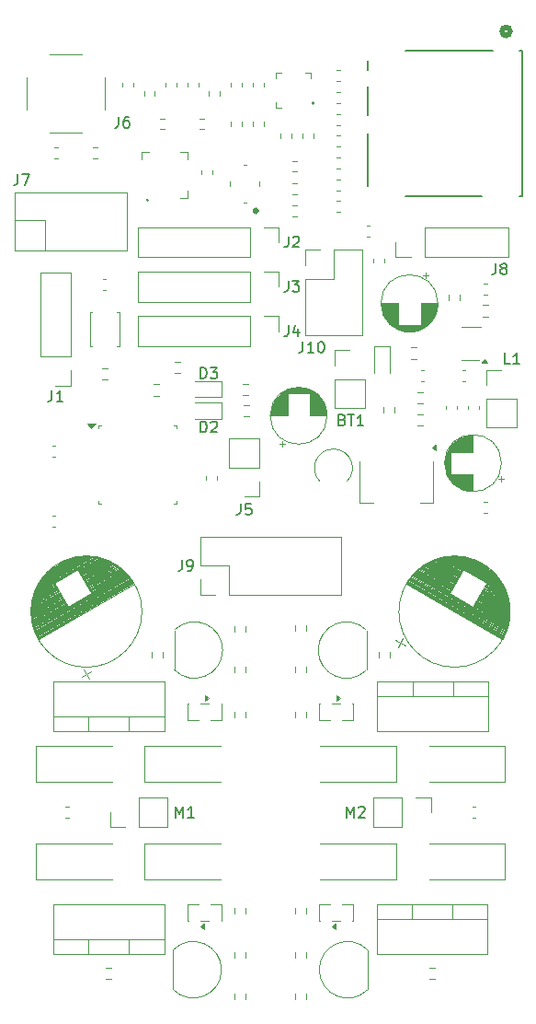
<source format=gto>
%TF.GenerationSoftware,KiCad,Pcbnew,9.0.6*%
%TF.CreationDate,2026-02-04T04:14:29+01:00*%
%TF.ProjectId,car,6361722e-6b69-4636-9164-5f7063625858,rev?*%
%TF.SameCoordinates,Original*%
%TF.FileFunction,Legend,Top*%
%TF.FilePolarity,Positive*%
%FSLAX46Y46*%
G04 Gerber Fmt 4.6, Leading zero omitted, Abs format (unit mm)*
G04 Created by KiCad (PCBNEW 9.0.6) date 2026-02-04 04:14:29*
%MOMM*%
%LPD*%
G01*
G04 APERTURE LIST*
%ADD10C,0.153000*%
%ADD11C,0.120000*%
%ADD12C,0.100000*%
%ADD13C,0.152400*%
%ADD14C,0.508000*%
%ADD15C,0.150000*%
%ADD16C,0.300000*%
G04 APERTURE END LIST*
D10*
X170602636Y-76959506D02*
X170602636Y-77673791D01*
X170602636Y-77673791D02*
X170555017Y-77816648D01*
X170555017Y-77816648D02*
X170459779Y-77911887D01*
X170459779Y-77911887D02*
X170316922Y-77959506D01*
X170316922Y-77959506D02*
X170221684Y-77959506D01*
X171221684Y-77388077D02*
X171126446Y-77340458D01*
X171126446Y-77340458D02*
X171078827Y-77292839D01*
X171078827Y-77292839D02*
X171031208Y-77197601D01*
X171031208Y-77197601D02*
X171031208Y-77149982D01*
X171031208Y-77149982D02*
X171078827Y-77054744D01*
X171078827Y-77054744D02*
X171126446Y-77007125D01*
X171126446Y-77007125D02*
X171221684Y-76959506D01*
X171221684Y-76959506D02*
X171412160Y-76959506D01*
X171412160Y-76959506D02*
X171507398Y-77007125D01*
X171507398Y-77007125D02*
X171555017Y-77054744D01*
X171555017Y-77054744D02*
X171602636Y-77149982D01*
X171602636Y-77149982D02*
X171602636Y-77197601D01*
X171602636Y-77197601D02*
X171555017Y-77292839D01*
X171555017Y-77292839D02*
X171507398Y-77340458D01*
X171507398Y-77340458D02*
X171412160Y-77388077D01*
X171412160Y-77388077D02*
X171221684Y-77388077D01*
X171221684Y-77388077D02*
X171126446Y-77435696D01*
X171126446Y-77435696D02*
X171078827Y-77483315D01*
X171078827Y-77483315D02*
X171031208Y-77578553D01*
X171031208Y-77578553D02*
X171031208Y-77769029D01*
X171031208Y-77769029D02*
X171078827Y-77864267D01*
X171078827Y-77864267D02*
X171126446Y-77911887D01*
X171126446Y-77911887D02*
X171221684Y-77959506D01*
X171221684Y-77959506D02*
X171412160Y-77959506D01*
X171412160Y-77959506D02*
X171507398Y-77911887D01*
X171507398Y-77911887D02*
X171555017Y-77864267D01*
X171555017Y-77864267D02*
X171602636Y-77769029D01*
X171602636Y-77769029D02*
X171602636Y-77578553D01*
X171602636Y-77578553D02*
X171555017Y-77483315D01*
X171555017Y-77483315D02*
X171507398Y-77435696D01*
X171507398Y-77435696D02*
X171412160Y-77388077D01*
X152826446Y-84159506D02*
X152826446Y-84873791D01*
X152826446Y-84873791D02*
X152778827Y-85016648D01*
X152778827Y-85016648D02*
X152683589Y-85111887D01*
X152683589Y-85111887D02*
X152540732Y-85159506D01*
X152540732Y-85159506D02*
X152445494Y-85159506D01*
X153826446Y-85159506D02*
X153255018Y-85159506D01*
X153540732Y-85159506D02*
X153540732Y-84159506D01*
X153540732Y-84159506D02*
X153445494Y-84302363D01*
X153445494Y-84302363D02*
X153350256Y-84397601D01*
X153350256Y-84397601D02*
X153255018Y-84445220D01*
X154445494Y-84159506D02*
X154540732Y-84159506D01*
X154540732Y-84159506D02*
X154635970Y-84207125D01*
X154635970Y-84207125D02*
X154683589Y-84254744D01*
X154683589Y-84254744D02*
X154731208Y-84349982D01*
X154731208Y-84349982D02*
X154778827Y-84540458D01*
X154778827Y-84540458D02*
X154778827Y-84778553D01*
X154778827Y-84778553D02*
X154731208Y-84969029D01*
X154731208Y-84969029D02*
X154683589Y-85064267D01*
X154683589Y-85064267D02*
X154635970Y-85111887D01*
X154635970Y-85111887D02*
X154540732Y-85159506D01*
X154540732Y-85159506D02*
X154445494Y-85159506D01*
X154445494Y-85159506D02*
X154350256Y-85111887D01*
X154350256Y-85111887D02*
X154302637Y-85064267D01*
X154302637Y-85064267D02*
X154255018Y-84969029D01*
X154255018Y-84969029D02*
X154207399Y-84778553D01*
X154207399Y-84778553D02*
X154207399Y-84540458D01*
X154207399Y-84540458D02*
X154255018Y-84349982D01*
X154255018Y-84349982D02*
X154302637Y-84254744D01*
X154302637Y-84254744D02*
X154350256Y-84207125D01*
X154350256Y-84207125D02*
X154445494Y-84159506D01*
X156876446Y-127889633D02*
X156876446Y-126889633D01*
X156876446Y-126889633D02*
X157209779Y-127603918D01*
X157209779Y-127603918D02*
X157543112Y-126889633D01*
X157543112Y-126889633D02*
X157543112Y-127889633D01*
X157971684Y-126984871D02*
X158019303Y-126937252D01*
X158019303Y-126937252D02*
X158114541Y-126889633D01*
X158114541Y-126889633D02*
X158352636Y-126889633D01*
X158352636Y-126889633D02*
X158447874Y-126937252D01*
X158447874Y-126937252D02*
X158495493Y-126984871D01*
X158495493Y-126984871D02*
X158543112Y-127080109D01*
X158543112Y-127080109D02*
X158543112Y-127175347D01*
X158543112Y-127175347D02*
X158495493Y-127318204D01*
X158495493Y-127318204D02*
X157924065Y-127889633D01*
X157924065Y-127889633D02*
X158543112Y-127889633D01*
X135856586Y-63482506D02*
X135856586Y-64196791D01*
X135856586Y-64196791D02*
X135808967Y-64339648D01*
X135808967Y-64339648D02*
X135713729Y-64434887D01*
X135713729Y-64434887D02*
X135570872Y-64482506D01*
X135570872Y-64482506D02*
X135475634Y-64482506D01*
X136761348Y-63482506D02*
X136570872Y-63482506D01*
X136570872Y-63482506D02*
X136475634Y-63530125D01*
X136475634Y-63530125D02*
X136428015Y-63577744D01*
X136428015Y-63577744D02*
X136332777Y-63720601D01*
X136332777Y-63720601D02*
X136285158Y-63911077D01*
X136285158Y-63911077D02*
X136285158Y-64292029D01*
X136285158Y-64292029D02*
X136332777Y-64387267D01*
X136332777Y-64387267D02*
X136380396Y-64434887D01*
X136380396Y-64434887D02*
X136475634Y-64482506D01*
X136475634Y-64482506D02*
X136666110Y-64482506D01*
X136666110Y-64482506D02*
X136761348Y-64434887D01*
X136761348Y-64434887D02*
X136808967Y-64387267D01*
X136808967Y-64387267D02*
X136856586Y-64292029D01*
X136856586Y-64292029D02*
X136856586Y-64053934D01*
X136856586Y-64053934D02*
X136808967Y-63958696D01*
X136808967Y-63958696D02*
X136761348Y-63911077D01*
X136761348Y-63911077D02*
X136666110Y-63863458D01*
X136666110Y-63863458D02*
X136475634Y-63863458D01*
X136475634Y-63863458D02*
X136380396Y-63911077D01*
X136380396Y-63911077D02*
X136332777Y-63958696D01*
X136332777Y-63958696D02*
X136285158Y-64053934D01*
X141126446Y-127889633D02*
X141126446Y-126889633D01*
X141126446Y-126889633D02*
X141459779Y-127603918D01*
X141459779Y-127603918D02*
X141793112Y-126889633D01*
X141793112Y-126889633D02*
X141793112Y-127889633D01*
X142793112Y-127889633D02*
X142221684Y-127889633D01*
X142507398Y-127889633D02*
X142507398Y-126889633D01*
X142507398Y-126889633D02*
X142412160Y-127032490D01*
X142412160Y-127032490D02*
X142316922Y-127127728D01*
X142316922Y-127127728D02*
X142221684Y-127175347D01*
X147102636Y-99059506D02*
X147102636Y-99773791D01*
X147102636Y-99773791D02*
X147055017Y-99916648D01*
X147055017Y-99916648D02*
X146959779Y-100011887D01*
X146959779Y-100011887D02*
X146816922Y-100059506D01*
X146816922Y-100059506D02*
X146721684Y-100059506D01*
X148055017Y-99059506D02*
X147578827Y-99059506D01*
X147578827Y-99059506D02*
X147531208Y-99535696D01*
X147531208Y-99535696D02*
X147578827Y-99488077D01*
X147578827Y-99488077D02*
X147674065Y-99440458D01*
X147674065Y-99440458D02*
X147912160Y-99440458D01*
X147912160Y-99440458D02*
X148007398Y-99488077D01*
X148007398Y-99488077D02*
X148055017Y-99535696D01*
X148055017Y-99535696D02*
X148102636Y-99630934D01*
X148102636Y-99630934D02*
X148102636Y-99869029D01*
X148102636Y-99869029D02*
X148055017Y-99964267D01*
X148055017Y-99964267D02*
X148007398Y-100011887D01*
X148007398Y-100011887D02*
X147912160Y-100059506D01*
X147912160Y-100059506D02*
X147674065Y-100059506D01*
X147674065Y-100059506D02*
X147578827Y-100011887D01*
X147578827Y-100011887D02*
X147531208Y-99964267D01*
X171933333Y-86199663D02*
X171457143Y-86199663D01*
X171457143Y-86199663D02*
X171457143Y-85199663D01*
X172790476Y-86199663D02*
X172219048Y-86199663D01*
X172504762Y-86199663D02*
X172504762Y-85199663D01*
X172504762Y-85199663D02*
X172409524Y-85342520D01*
X172409524Y-85342520D02*
X172314286Y-85437758D01*
X172314286Y-85437758D02*
X172219048Y-85485377D01*
X151482636Y-82659506D02*
X151482636Y-83373791D01*
X151482636Y-83373791D02*
X151435017Y-83516648D01*
X151435017Y-83516648D02*
X151339779Y-83611887D01*
X151339779Y-83611887D02*
X151196922Y-83659506D01*
X151196922Y-83659506D02*
X151101684Y-83659506D01*
X152387398Y-82992839D02*
X152387398Y-83659506D01*
X152149303Y-82611887D02*
X151911208Y-83326172D01*
X151911208Y-83326172D02*
X152530255Y-83326172D01*
X129715136Y-88649506D02*
X129715136Y-89363791D01*
X129715136Y-89363791D02*
X129667517Y-89506648D01*
X129667517Y-89506648D02*
X129572279Y-89601887D01*
X129572279Y-89601887D02*
X129429422Y-89649506D01*
X129429422Y-89649506D02*
X129334184Y-89649506D01*
X130715136Y-89649506D02*
X130143708Y-89649506D01*
X130429422Y-89649506D02*
X130429422Y-88649506D01*
X130429422Y-88649506D02*
X130334184Y-88792363D01*
X130334184Y-88792363D02*
X130238946Y-88887601D01*
X130238946Y-88887601D02*
X130143708Y-88935220D01*
X141702636Y-104219633D02*
X141702636Y-104933918D01*
X141702636Y-104933918D02*
X141655017Y-105076775D01*
X141655017Y-105076775D02*
X141559779Y-105172014D01*
X141559779Y-105172014D02*
X141416922Y-105219633D01*
X141416922Y-105219633D02*
X141321684Y-105219633D01*
X142226446Y-105219633D02*
X142416922Y-105219633D01*
X142416922Y-105219633D02*
X142512160Y-105172014D01*
X142512160Y-105172014D02*
X142559779Y-105124394D01*
X142559779Y-105124394D02*
X142655017Y-104981537D01*
X142655017Y-104981537D02*
X142702636Y-104791061D01*
X142702636Y-104791061D02*
X142702636Y-104410109D01*
X142702636Y-104410109D02*
X142655017Y-104314871D01*
X142655017Y-104314871D02*
X142607398Y-104267252D01*
X142607398Y-104267252D02*
X142512160Y-104219633D01*
X142512160Y-104219633D02*
X142321684Y-104219633D01*
X142321684Y-104219633D02*
X142226446Y-104267252D01*
X142226446Y-104267252D02*
X142178827Y-104314871D01*
X142178827Y-104314871D02*
X142131208Y-104410109D01*
X142131208Y-104410109D02*
X142131208Y-104648204D01*
X142131208Y-104648204D02*
X142178827Y-104743442D01*
X142178827Y-104743442D02*
X142226446Y-104791061D01*
X142226446Y-104791061D02*
X142321684Y-104838680D01*
X142321684Y-104838680D02*
X142512160Y-104838680D01*
X142512160Y-104838680D02*
X142607398Y-104791061D01*
X142607398Y-104791061D02*
X142655017Y-104743442D01*
X142655017Y-104743442D02*
X142702636Y-104648204D01*
X126566666Y-68754663D02*
X126566666Y-69468948D01*
X126566666Y-69468948D02*
X126519047Y-69611805D01*
X126519047Y-69611805D02*
X126423809Y-69707044D01*
X126423809Y-69707044D02*
X126280952Y-69754663D01*
X126280952Y-69754663D02*
X126185714Y-69754663D01*
X126947619Y-68754663D02*
X127614285Y-68754663D01*
X127614285Y-68754663D02*
X127185714Y-69754663D01*
X156450255Y-91335696D02*
X156593112Y-91383315D01*
X156593112Y-91383315D02*
X156640731Y-91430934D01*
X156640731Y-91430934D02*
X156688350Y-91526172D01*
X156688350Y-91526172D02*
X156688350Y-91669029D01*
X156688350Y-91669029D02*
X156640731Y-91764267D01*
X156640731Y-91764267D02*
X156593112Y-91811887D01*
X156593112Y-91811887D02*
X156497874Y-91859506D01*
X156497874Y-91859506D02*
X156116922Y-91859506D01*
X156116922Y-91859506D02*
X156116922Y-90859506D01*
X156116922Y-90859506D02*
X156450255Y-90859506D01*
X156450255Y-90859506D02*
X156545493Y-90907125D01*
X156545493Y-90907125D02*
X156593112Y-90954744D01*
X156593112Y-90954744D02*
X156640731Y-91049982D01*
X156640731Y-91049982D02*
X156640731Y-91145220D01*
X156640731Y-91145220D02*
X156593112Y-91240458D01*
X156593112Y-91240458D02*
X156545493Y-91288077D01*
X156545493Y-91288077D02*
X156450255Y-91335696D01*
X156450255Y-91335696D02*
X156116922Y-91335696D01*
X156974065Y-90859506D02*
X157545493Y-90859506D01*
X157259779Y-91859506D02*
X157259779Y-90859506D01*
X158402636Y-91859506D02*
X157831208Y-91859506D01*
X158116922Y-91859506D02*
X158116922Y-90859506D01*
X158116922Y-90859506D02*
X158021684Y-91002363D01*
X158021684Y-91002363D02*
X157926446Y-91097601D01*
X157926446Y-91097601D02*
X157831208Y-91145220D01*
X143397875Y-87539506D02*
X143397875Y-86539506D01*
X143397875Y-86539506D02*
X143635970Y-86539506D01*
X143635970Y-86539506D02*
X143778827Y-86587125D01*
X143778827Y-86587125D02*
X143874065Y-86682363D01*
X143874065Y-86682363D02*
X143921684Y-86777601D01*
X143921684Y-86777601D02*
X143969303Y-86968077D01*
X143969303Y-86968077D02*
X143969303Y-87110934D01*
X143969303Y-87110934D02*
X143921684Y-87301410D01*
X143921684Y-87301410D02*
X143874065Y-87396648D01*
X143874065Y-87396648D02*
X143778827Y-87491887D01*
X143778827Y-87491887D02*
X143635970Y-87539506D01*
X143635970Y-87539506D02*
X143397875Y-87539506D01*
X144302637Y-86539506D02*
X144921684Y-86539506D01*
X144921684Y-86539506D02*
X144588351Y-86920458D01*
X144588351Y-86920458D02*
X144731208Y-86920458D01*
X144731208Y-86920458D02*
X144826446Y-86968077D01*
X144826446Y-86968077D02*
X144874065Y-87015696D01*
X144874065Y-87015696D02*
X144921684Y-87110934D01*
X144921684Y-87110934D02*
X144921684Y-87349029D01*
X144921684Y-87349029D02*
X144874065Y-87444267D01*
X144874065Y-87444267D02*
X144826446Y-87491887D01*
X144826446Y-87491887D02*
X144731208Y-87539506D01*
X144731208Y-87539506D02*
X144445494Y-87539506D01*
X144445494Y-87539506D02*
X144350256Y-87491887D01*
X144350256Y-87491887D02*
X144302637Y-87444267D01*
X151482636Y-78559506D02*
X151482636Y-79273791D01*
X151482636Y-79273791D02*
X151435017Y-79416648D01*
X151435017Y-79416648D02*
X151339779Y-79511887D01*
X151339779Y-79511887D02*
X151196922Y-79559506D01*
X151196922Y-79559506D02*
X151101684Y-79559506D01*
X151863589Y-78559506D02*
X152482636Y-78559506D01*
X152482636Y-78559506D02*
X152149303Y-78940458D01*
X152149303Y-78940458D02*
X152292160Y-78940458D01*
X152292160Y-78940458D02*
X152387398Y-78988077D01*
X152387398Y-78988077D02*
X152435017Y-79035696D01*
X152435017Y-79035696D02*
X152482636Y-79130934D01*
X152482636Y-79130934D02*
X152482636Y-79369029D01*
X152482636Y-79369029D02*
X152435017Y-79464267D01*
X152435017Y-79464267D02*
X152387398Y-79511887D01*
X152387398Y-79511887D02*
X152292160Y-79559506D01*
X152292160Y-79559506D02*
X152006446Y-79559506D01*
X152006446Y-79559506D02*
X151911208Y-79511887D01*
X151911208Y-79511887D02*
X151863589Y-79464267D01*
X143397875Y-92489506D02*
X143397875Y-91489506D01*
X143397875Y-91489506D02*
X143635970Y-91489506D01*
X143635970Y-91489506D02*
X143778827Y-91537125D01*
X143778827Y-91537125D02*
X143874065Y-91632363D01*
X143874065Y-91632363D02*
X143921684Y-91727601D01*
X143921684Y-91727601D02*
X143969303Y-91918077D01*
X143969303Y-91918077D02*
X143969303Y-92060934D01*
X143969303Y-92060934D02*
X143921684Y-92251410D01*
X143921684Y-92251410D02*
X143874065Y-92346648D01*
X143874065Y-92346648D02*
X143778827Y-92441887D01*
X143778827Y-92441887D02*
X143635970Y-92489506D01*
X143635970Y-92489506D02*
X143397875Y-92489506D01*
X144350256Y-91584744D02*
X144397875Y-91537125D01*
X144397875Y-91537125D02*
X144493113Y-91489506D01*
X144493113Y-91489506D02*
X144731208Y-91489506D01*
X144731208Y-91489506D02*
X144826446Y-91537125D01*
X144826446Y-91537125D02*
X144874065Y-91584744D01*
X144874065Y-91584744D02*
X144921684Y-91679982D01*
X144921684Y-91679982D02*
X144921684Y-91775220D01*
X144921684Y-91775220D02*
X144874065Y-91918077D01*
X144874065Y-91918077D02*
X144302637Y-92489506D01*
X144302637Y-92489506D02*
X144921684Y-92489506D01*
X151482636Y-74459506D02*
X151482636Y-75173791D01*
X151482636Y-75173791D02*
X151435017Y-75316648D01*
X151435017Y-75316648D02*
X151339779Y-75411887D01*
X151339779Y-75411887D02*
X151196922Y-75459506D01*
X151196922Y-75459506D02*
X151101684Y-75459506D01*
X151911208Y-74554744D02*
X151958827Y-74507125D01*
X151958827Y-74507125D02*
X152054065Y-74459506D01*
X152054065Y-74459506D02*
X152292160Y-74459506D01*
X152292160Y-74459506D02*
X152387398Y-74507125D01*
X152387398Y-74507125D02*
X152435017Y-74554744D01*
X152435017Y-74554744D02*
X152482636Y-74649982D01*
X152482636Y-74649982D02*
X152482636Y-74745220D01*
X152482636Y-74745220D02*
X152435017Y-74888077D01*
X152435017Y-74888077D02*
X151863589Y-75459506D01*
X151863589Y-75459506D02*
X152482636Y-75459506D01*
D11*
%TO.C,J8*%
X161375970Y-76384843D02*
X161375970Y-75004843D01*
X162755970Y-76384843D02*
X161375970Y-76384843D01*
X164025970Y-73624843D02*
X171755970Y-73624843D01*
X164025970Y-76384843D02*
X164025970Y-73624843D01*
X164025970Y-76384843D02*
X171755970Y-76384843D01*
X171755970Y-76384843D02*
X171755970Y-73624843D01*
%TO.C,C19*%
X161595970Y-80624843D02*
X160055970Y-80624843D01*
X161595970Y-80664843D02*
X160055970Y-80664843D01*
X161595970Y-80704843D02*
X160056970Y-80704843D01*
X161595970Y-80744843D02*
X160058970Y-80744843D01*
X161595970Y-80784843D02*
X160060970Y-80784843D01*
X161595970Y-80824843D02*
X160063970Y-80824843D01*
X161595970Y-80864843D02*
X160066970Y-80864843D01*
X161595970Y-80904843D02*
X160070970Y-80904843D01*
X161595970Y-80944843D02*
X160075970Y-80944843D01*
X161595970Y-80984843D02*
X160080970Y-80984843D01*
X161595970Y-81024843D02*
X160086970Y-81024843D01*
X161595970Y-81064843D02*
X160092970Y-81064843D01*
X161595970Y-81104843D02*
X160099970Y-81104843D01*
X161595970Y-81144843D02*
X160107970Y-81144843D01*
X161595970Y-81184843D02*
X160116970Y-81184843D01*
X161595970Y-81224843D02*
X160125970Y-81224843D01*
X161595970Y-81264843D02*
X160134970Y-81264843D01*
X161595970Y-81304843D02*
X160145970Y-81304843D01*
X161595970Y-81344843D02*
X160156970Y-81344843D01*
X161595970Y-81384843D02*
X160168970Y-81384843D01*
X161595970Y-81424843D02*
X160180970Y-81424843D01*
X161595970Y-81464843D02*
X160193970Y-81464843D01*
X161595970Y-81504843D02*
X160207970Y-81504843D01*
X161595970Y-81544843D02*
X160222970Y-81544843D01*
X161595970Y-81584843D02*
X160237970Y-81584843D01*
X161595970Y-81624843D02*
X160253970Y-81624843D01*
X161595970Y-81664843D02*
X160270970Y-81664843D01*
X161595970Y-81704843D02*
X160288970Y-81704843D01*
X161595970Y-81744843D02*
X160306970Y-81744843D01*
X161595970Y-81784843D02*
X160326970Y-81784843D01*
X161595970Y-81824843D02*
X160346970Y-81824843D01*
X161595970Y-81864843D02*
X160367970Y-81864843D01*
X161595970Y-81904843D02*
X160389970Y-81904843D01*
X161595970Y-81944843D02*
X160412970Y-81944843D01*
X161595970Y-81984843D02*
X160436970Y-81984843D01*
X161595970Y-82024843D02*
X160460970Y-82024843D01*
X161595970Y-82064843D02*
X160486970Y-82064843D01*
X161595970Y-82104843D02*
X160513970Y-82104843D01*
X161595970Y-82144843D02*
X160541970Y-82144843D01*
X161595970Y-82184843D02*
X160570970Y-82184843D01*
X161595970Y-82224843D02*
X160600970Y-82224843D01*
X161595970Y-82264843D02*
X160632970Y-82264843D01*
X161595970Y-82304843D02*
X160665970Y-82304843D01*
X161595970Y-82344843D02*
X160699970Y-82344843D01*
X161595970Y-82384843D02*
X160734970Y-82384843D01*
X161595970Y-82424843D02*
X160771970Y-82424843D01*
X161595970Y-82464843D02*
X160810970Y-82464843D01*
X161595970Y-82504843D02*
X160850970Y-82504843D01*
X161595970Y-82544843D02*
X160892970Y-82544843D01*
X161595970Y-82584843D02*
X160936970Y-82584843D01*
X161595970Y-82624843D02*
X160983970Y-82624843D01*
X162918970Y-83224843D02*
X162352970Y-83224843D01*
X163152970Y-83184843D02*
X162118970Y-83184843D01*
X163312970Y-83144843D02*
X161958970Y-83144843D01*
X163440970Y-83104843D02*
X161830970Y-83104843D01*
X163549970Y-83064843D02*
X161721970Y-83064843D01*
X163646970Y-83024843D02*
X161624970Y-83024843D01*
X163733970Y-82984843D02*
X161537970Y-82984843D01*
X163812970Y-82944843D02*
X161458970Y-82944843D01*
X163886970Y-82904843D02*
X161384970Y-82904843D01*
X163954970Y-82864843D02*
X161316970Y-82864843D01*
X164018970Y-82824843D02*
X161252970Y-82824843D01*
X164078970Y-82784843D02*
X161192970Y-82784843D01*
X164110970Y-77820068D02*
X164110970Y-78320068D01*
X164134970Y-82744843D02*
X161136970Y-82744843D01*
X164188970Y-82704843D02*
X161082970Y-82704843D01*
X164239970Y-82664843D02*
X161031970Y-82664843D01*
X164287970Y-82624843D02*
X163675970Y-82624843D01*
X164334970Y-82584843D02*
X163675970Y-82584843D01*
X164360970Y-78070068D02*
X163860970Y-78070068D01*
X164378970Y-82544843D02*
X163675970Y-82544843D01*
X164420970Y-82504843D02*
X163675970Y-82504843D01*
X164460970Y-82464843D02*
X163675970Y-82464843D01*
X164499970Y-82424843D02*
X163675970Y-82424843D01*
X164536970Y-82384843D02*
X163675970Y-82384843D01*
X164571970Y-82344843D02*
X163675970Y-82344843D01*
X164605970Y-82304843D02*
X163675970Y-82304843D01*
X164638970Y-82264843D02*
X163675970Y-82264843D01*
X164670970Y-82224843D02*
X163675970Y-82224843D01*
X164700970Y-82184843D02*
X163675970Y-82184843D01*
X164729970Y-82144843D02*
X163675970Y-82144843D01*
X164757970Y-82104843D02*
X163675970Y-82104843D01*
X164784970Y-82064843D02*
X163675970Y-82064843D01*
X164810970Y-82024843D02*
X163675970Y-82024843D01*
X164834970Y-81984843D02*
X163675970Y-81984843D01*
X164858970Y-81944843D02*
X163675970Y-81944843D01*
X164881970Y-81904843D02*
X163675970Y-81904843D01*
X164903970Y-81864843D02*
X163675970Y-81864843D01*
X164924970Y-81824843D02*
X163675970Y-81824843D01*
X164944970Y-81784843D02*
X163675970Y-81784843D01*
X164964970Y-81744843D02*
X163675970Y-81744843D01*
X164982970Y-81704843D02*
X163675970Y-81704843D01*
X165000970Y-81664843D02*
X163675970Y-81664843D01*
X165017970Y-81624843D02*
X163675970Y-81624843D01*
X165033970Y-81584843D02*
X163675970Y-81584843D01*
X165048970Y-81544843D02*
X163675970Y-81544843D01*
X165063970Y-81504843D02*
X163675970Y-81504843D01*
X165077970Y-81464843D02*
X163675970Y-81464843D01*
X165090970Y-81424843D02*
X163675970Y-81424843D01*
X165102970Y-81384843D02*
X163675970Y-81384843D01*
X165114970Y-81344843D02*
X163675970Y-81344843D01*
X165125970Y-81304843D02*
X163675970Y-81304843D01*
X165136970Y-81264843D02*
X163675970Y-81264843D01*
X165145970Y-81224843D02*
X163675970Y-81224843D01*
X165154970Y-81184843D02*
X163675970Y-81184843D01*
X165163970Y-81144843D02*
X163675970Y-81144843D01*
X165171970Y-81104843D02*
X163675970Y-81104843D01*
X165178970Y-81064843D02*
X163675970Y-81064843D01*
X165184970Y-81024843D02*
X163675970Y-81024843D01*
X165190970Y-80984843D02*
X163675970Y-80984843D01*
X165195970Y-80944843D02*
X163675970Y-80944843D01*
X165200970Y-80904843D02*
X163675970Y-80904843D01*
X165204970Y-80864843D02*
X163675970Y-80864843D01*
X165207970Y-80824843D02*
X163675970Y-80824843D01*
X165210970Y-80784843D02*
X163675970Y-80784843D01*
X165212970Y-80744843D02*
X163675970Y-80744843D01*
X165214970Y-80704843D02*
X163675970Y-80704843D01*
X165215970Y-80624843D02*
X163675970Y-80624843D01*
X165215970Y-80664843D02*
X163675970Y-80664843D01*
X165255970Y-80624843D02*
G75*
G02*
X160015970Y-80624843I-2620000J0D01*
G01*
X160015970Y-80624843D02*
G75*
G02*
X165255970Y-80624843I2620000J0D01*
G01*
%TO.C,R20*%
X164990694Y-141712470D02*
X164481246Y-141712470D01*
X164990694Y-142757470D02*
X164481246Y-142757470D01*
%TO.C,D6*%
X128225970Y-130284970D02*
X128225970Y-133584970D01*
X128225970Y-130284970D02*
X135235970Y-130284970D01*
X128225970Y-133584970D02*
X135235970Y-133584970D01*
%TO.C,U4*%
X168255970Y-85834843D02*
X167455970Y-85834843D01*
X168255970Y-85834843D02*
X169055970Y-85834843D01*
X169215970Y-82764843D02*
X167455970Y-82764843D01*
X169795970Y-86114843D02*
X169315970Y-86114843D01*
X169555970Y-85784843D01*
X169795970Y-86114843D01*
G36*
X169795970Y-86114843D02*
G01*
X169315970Y-86114843D01*
X169555970Y-85784843D01*
X169795970Y-86114843D01*
G37*
%TO.C,D7*%
X138225970Y-130284970D02*
X138225970Y-133584970D01*
X138225970Y-130284970D02*
X145235970Y-130284970D01*
X138225970Y-133584970D02*
X145235970Y-133584970D01*
%TO.C,J10*%
X153015970Y-75724843D02*
X154395970Y-75724843D01*
X153015970Y-77104843D02*
X153015970Y-75724843D01*
X153015970Y-78374843D02*
X153015970Y-83564843D01*
X153015970Y-78374843D02*
X155665970Y-78374843D01*
X153015970Y-83564843D02*
X158315970Y-83564843D01*
X155665970Y-75724843D02*
X158315970Y-75724843D01*
X155665970Y-78374843D02*
X155665970Y-75724843D01*
X158315970Y-75724843D02*
X158315970Y-83564843D01*
%TO.C,R9*%
X138913470Y-113189694D02*
X138913470Y-112680246D01*
X139958470Y-113189694D02*
X139958470Y-112680246D01*
%TO.C,C16*%
X168722237Y-126924970D02*
X168429703Y-126924970D01*
X168722237Y-127944970D02*
X168429703Y-127944970D01*
%TO.C,U5*%
X158025970Y-95174843D02*
X158025970Y-98934843D01*
X158025970Y-98934843D02*
X159285970Y-98934843D01*
X164845970Y-95174843D02*
X164845970Y-98934843D01*
X164845970Y-98934843D02*
X163585970Y-98934843D01*
X165075970Y-94134843D02*
X164745970Y-93894843D01*
X165075970Y-93654843D01*
X165075970Y-94134843D01*
G36*
X165075970Y-94134843D02*
G01*
X164745970Y-93894843D01*
X165075970Y-93654843D01*
X165075970Y-94134843D01*
G37*
%TO.C,R5*%
X141490694Y-85982343D02*
X140981246Y-85982343D01*
X141490694Y-87027343D02*
X140981246Y-87027343D01*
%TO.C,Q12*%
X158785970Y-143704970D02*
X158785970Y-140104970D01*
X154335970Y-141904970D02*
G75*
G02*
X158774448Y-140066492I2600000J0D01*
G01*
X158774448Y-143743448D02*
G75*
G02*
X154335969Y-141904970I-1838478J1838478D01*
G01*
%TO.C,R10*%
X146513470Y-118180246D02*
X146513470Y-118689694D01*
X147558470Y-118180246D02*
X147558470Y-118689694D01*
D12*
%TO.C,C33*%
X156289920Y-63227843D02*
X155889920Y-63227843D01*
X156289920Y-64227843D02*
X155889920Y-64227843D01*
%TO.C,SW1*%
X133198470Y-81404843D02*
X133398470Y-81404843D01*
X133198470Y-84604843D02*
X133198470Y-81404843D01*
X133198470Y-84604843D02*
X133398470Y-84604843D01*
X135898470Y-81404843D02*
X135698470Y-81404843D01*
X135898470Y-81404843D02*
X135898470Y-84604843D01*
X135898470Y-84604843D02*
X135698470Y-84604843D01*
%TO.C,C37*%
X146189920Y-60327843D02*
X146189920Y-60727843D01*
X147189920Y-60327843D02*
X147189920Y-60727843D01*
D13*
%TO.C,SD1*%
X158762770Y-58293183D02*
X158762770Y-59137603D01*
X158762770Y-60692083D02*
X158762770Y-63326403D01*
X158762770Y-65033283D02*
X158762770Y-69876503D01*
X162267411Y-70765043D02*
X169306231Y-70765043D01*
X170273831Y-57404643D02*
X162267411Y-57404643D01*
X172765711Y-70765043D02*
X173062970Y-70765043D01*
X173062970Y-57404643D02*
X172768111Y-57404643D01*
X173062970Y-70765043D02*
X173062970Y-57404643D01*
D14*
X171916970Y-55626643D02*
G75*
G02*
X171154970Y-55626643I-381000J0D01*
G01*
X171154970Y-55626643D02*
G75*
G02*
X171916970Y-55626643I381000J0D01*
G01*
D11*
%TO.C,Q8*%
X154325970Y-117437470D02*
X154375970Y-117437470D01*
X154325970Y-118957470D02*
X154325970Y-117437470D01*
X155325970Y-118957470D02*
X154325970Y-118957470D01*
X155495970Y-117437470D02*
X156275970Y-117437470D01*
X157395970Y-117437470D02*
X157445970Y-117437470D01*
X157445970Y-117437470D02*
X157445970Y-118957470D01*
X157445970Y-118957470D02*
X156445970Y-118957470D01*
X156265970Y-116897470D02*
X155935970Y-117137470D01*
X155935970Y-116657470D01*
X156265970Y-116897470D01*
G36*
X156265970Y-116897470D02*
G01*
X155935970Y-117137470D01*
X155935970Y-116657470D01*
X156265970Y-116897470D01*
G37*
%TO.C,D9*%
X161445970Y-121284970D02*
X154435970Y-121284970D01*
X161445970Y-124584970D02*
X154435970Y-124584970D01*
X161445970Y-124584970D02*
X161445970Y-121284970D01*
%TO.C,D12*%
X154415970Y-97028178D02*
G75*
G02*
X156855970Y-97028178I1220000J1255517D01*
G01*
%TO.C,R31*%
X160213470Y-90679567D02*
X160213470Y-90170119D01*
X161258470Y-90679567D02*
X161258470Y-90170119D01*
%TO.C,Q11*%
X158685970Y-114314970D02*
X158685970Y-110714970D01*
X154235970Y-112514970D02*
G75*
G02*
X158674448Y-110676492I2600000J0D01*
G01*
X158674448Y-114353448D02*
G75*
G02*
X154235969Y-112514970I-1838478J1838478D01*
G01*
%TO.C,M2*%
X159315970Y-126054970D02*
X159315970Y-128814970D01*
X161965970Y-126054970D02*
X159315970Y-126054970D01*
X161965970Y-126054970D02*
X161965970Y-128814970D01*
X161965970Y-128814970D02*
X159315970Y-128814970D01*
X163235970Y-126054970D02*
X164615970Y-126054970D01*
X164615970Y-126054970D02*
X164615970Y-127434970D01*
%TO.C,C6*%
X159325970Y-76558576D02*
X159325970Y-76851110D01*
X160345970Y-76558576D02*
X160345970Y-76851110D01*
%TO.C,C14*%
X130952203Y-126924970D02*
X131244737Y-126924970D01*
X130952203Y-127944970D02*
X131244737Y-127944970D01*
%TO.C,R2*%
X134293746Y-86582343D02*
X134803194Y-86582343D01*
X134293746Y-87627343D02*
X134803194Y-87627343D01*
D12*
%TO.C,L9*%
X144189920Y-61527843D02*
X144189920Y-61127843D01*
X145189920Y-61527843D02*
X145189920Y-61127843D01*
%TO.C,C36*%
X148189920Y-60327843D02*
X148189920Y-60727843D01*
X149189920Y-60327843D02*
X149189920Y-60727843D01*
D11*
%TO.C,R29*%
X163381246Y-88802343D02*
X163890694Y-88802343D01*
X163381246Y-89847343D02*
X163890694Y-89847343D01*
%TO.C,R18*%
X152113470Y-118180246D02*
X152113470Y-118689694D01*
X153158470Y-118180246D02*
X153158470Y-118689694D01*
%TO.C,R17*%
X159813470Y-113189694D02*
X159813470Y-112680246D01*
X160858470Y-113189694D02*
X160858470Y-112680246D01*
%TO.C,C21*%
X167489703Y-86814843D02*
X167782237Y-86814843D01*
X167489703Y-87834843D02*
X167782237Y-87834843D01*
%TO.C,R23*%
X169381246Y-80802343D02*
X169890694Y-80802343D01*
X169381246Y-81847343D02*
X169890694Y-81847343D01*
%TO.C,Q4*%
X142225970Y-135874970D02*
X143225970Y-135874970D01*
X142225970Y-137394970D02*
X142225970Y-135874970D01*
X142275970Y-137394970D02*
X142225970Y-137394970D01*
X144175970Y-137394970D02*
X143395970Y-137394970D01*
X144345970Y-135874970D02*
X145345970Y-135874970D01*
X145345970Y-135874970D02*
X145345970Y-137394970D01*
X145345970Y-137394970D02*
X145295970Y-137394970D01*
X143735970Y-138174970D02*
X143405970Y-137934970D01*
X143735970Y-137694970D01*
X143735970Y-138174970D01*
G36*
X143735970Y-138174970D02*
G01*
X143405970Y-137934970D01*
X143735970Y-137694970D01*
X143735970Y-138174970D01*
G37*
D12*
%TO.C,C34*%
X146189920Y-64327843D02*
X146189920Y-63927843D01*
X147189920Y-64327843D02*
X147189920Y-63927843D01*
%TO.C,C35*%
X148189920Y-64327843D02*
X148189920Y-63927843D01*
X149189920Y-64327843D02*
X149189920Y-63927843D01*
%TO.C,J6*%
X127389920Y-59827843D02*
X127389920Y-62827843D01*
X132489920Y-57727843D02*
X129489920Y-57727843D01*
X132489920Y-64927843D02*
X129489920Y-64927843D01*
X134589920Y-59827843D02*
X134589920Y-62827843D01*
D11*
%TO.C,C42*%
X169489703Y-98914843D02*
X169782237Y-98914843D01*
X169489703Y-99934843D02*
X169782237Y-99934843D01*
%TO.C,R7*%
X146513470Y-110789694D02*
X146513470Y-110280246D01*
X147558470Y-110789694D02*
X147558470Y-110280246D01*
%TO.C,Q7*%
X159685970Y-115374970D02*
X169905970Y-115374970D01*
X159685970Y-116754970D02*
X169905970Y-116754970D01*
X159685970Y-119994970D02*
X159685970Y-115374970D01*
X162945970Y-115374970D02*
X162945970Y-116754970D01*
X166645970Y-115374970D02*
X166645970Y-116754970D01*
X169905970Y-115374970D02*
X169905970Y-119994970D01*
X169905970Y-119994970D02*
X159685970Y-119994970D01*
%TO.C,Q9*%
X159625970Y-135874970D02*
X169845970Y-135874970D01*
X159625970Y-137254970D02*
X169845970Y-137254970D01*
X159625970Y-140494970D02*
X159625970Y-135874970D01*
X162885970Y-135874970D02*
X162885970Y-137254970D01*
X166585970Y-135874970D02*
X166585970Y-137254970D01*
X169845970Y-135874970D02*
X169845970Y-140494970D01*
X169845970Y-140494970D02*
X159625970Y-140494970D01*
D12*
%TO.C,L6*%
X151889920Y-67527843D02*
X152289920Y-67527843D01*
X151889920Y-68527843D02*
X152289920Y-68527843D01*
D11*
%TO.C,C43*%
X149855970Y-90919956D02*
X151395970Y-90919956D01*
X149855970Y-90959956D02*
X151395970Y-90959956D01*
X149856970Y-90879956D02*
X151395970Y-90879956D01*
X149858970Y-90839956D02*
X151395970Y-90839956D01*
X149860970Y-90799956D02*
X151395970Y-90799956D01*
X149863970Y-90759956D02*
X151395970Y-90759956D01*
X149866970Y-90719956D02*
X151395970Y-90719956D01*
X149870970Y-90679956D02*
X151395970Y-90679956D01*
X149875970Y-90639956D02*
X151395970Y-90639956D01*
X149880970Y-90599956D02*
X151395970Y-90599956D01*
X149886970Y-90559956D02*
X151395970Y-90559956D01*
X149892970Y-90519956D02*
X151395970Y-90519956D01*
X149899970Y-90479956D02*
X151395970Y-90479956D01*
X149907970Y-90439956D02*
X151395970Y-90439956D01*
X149916970Y-90399956D02*
X151395970Y-90399956D01*
X149925970Y-90359956D02*
X151395970Y-90359956D01*
X149934970Y-90319956D02*
X151395970Y-90319956D01*
X149945970Y-90279956D02*
X151395970Y-90279956D01*
X149956970Y-90239956D02*
X151395970Y-90239956D01*
X149968970Y-90199956D02*
X151395970Y-90199956D01*
X149980970Y-90159956D02*
X151395970Y-90159956D01*
X149993970Y-90119956D02*
X151395970Y-90119956D01*
X150007970Y-90079956D02*
X151395970Y-90079956D01*
X150022970Y-90039956D02*
X151395970Y-90039956D01*
X150037970Y-89999956D02*
X151395970Y-89999956D01*
X150053970Y-89959956D02*
X151395970Y-89959956D01*
X150070970Y-89919956D02*
X151395970Y-89919956D01*
X150088970Y-89879956D02*
X151395970Y-89879956D01*
X150106970Y-89839956D02*
X151395970Y-89839956D01*
X150126970Y-89799956D02*
X151395970Y-89799956D01*
X150146970Y-89759956D02*
X151395970Y-89759956D01*
X150167970Y-89719956D02*
X151395970Y-89719956D01*
X150189970Y-89679956D02*
X151395970Y-89679956D01*
X150212970Y-89639956D02*
X151395970Y-89639956D01*
X150236970Y-89599956D02*
X151395970Y-89599956D01*
X150260970Y-89559956D02*
X151395970Y-89559956D01*
X150286970Y-89519956D02*
X151395970Y-89519956D01*
X150313970Y-89479956D02*
X151395970Y-89479956D01*
X150341970Y-89439956D02*
X151395970Y-89439956D01*
X150370970Y-89399956D02*
X151395970Y-89399956D01*
X150400970Y-89359956D02*
X151395970Y-89359956D01*
X150432970Y-89319956D02*
X151395970Y-89319956D01*
X150465970Y-89279956D02*
X151395970Y-89279956D01*
X150499970Y-89239956D02*
X151395970Y-89239956D01*
X150534970Y-89199956D02*
X151395970Y-89199956D01*
X150571970Y-89159956D02*
X151395970Y-89159956D01*
X150610970Y-89119956D02*
X151395970Y-89119956D01*
X150650970Y-89079956D02*
X151395970Y-89079956D01*
X150692970Y-89039956D02*
X151395970Y-89039956D01*
X150710970Y-93514731D02*
X151210970Y-93514731D01*
X150736970Y-88999956D02*
X151395970Y-88999956D01*
X150783970Y-88959956D02*
X151395970Y-88959956D01*
X150831970Y-88919956D02*
X154039970Y-88919956D01*
X150882970Y-88879956D02*
X153988970Y-88879956D01*
X150936970Y-88839956D02*
X153934970Y-88839956D01*
X150960970Y-93764731D02*
X150960970Y-93264731D01*
X150992970Y-88799956D02*
X153878970Y-88799956D01*
X151052970Y-88759956D02*
X153818970Y-88759956D01*
X151116970Y-88719956D02*
X153754970Y-88719956D01*
X151184970Y-88679956D02*
X153686970Y-88679956D01*
X151258970Y-88639956D02*
X153612970Y-88639956D01*
X151337970Y-88599956D02*
X153533970Y-88599956D01*
X151424970Y-88559956D02*
X153446970Y-88559956D01*
X151521970Y-88519956D02*
X153349970Y-88519956D01*
X151630970Y-88479956D02*
X153240970Y-88479956D01*
X151758970Y-88439956D02*
X153112970Y-88439956D01*
X151918970Y-88399956D02*
X152952970Y-88399956D01*
X152152970Y-88359956D02*
X152718970Y-88359956D01*
X153475970Y-88959956D02*
X154087970Y-88959956D01*
X153475970Y-88999956D02*
X154134970Y-88999956D01*
X153475970Y-89039956D02*
X154178970Y-89039956D01*
X153475970Y-89079956D02*
X154220970Y-89079956D01*
X153475970Y-89119956D02*
X154260970Y-89119956D01*
X153475970Y-89159956D02*
X154299970Y-89159956D01*
X153475970Y-89199956D02*
X154336970Y-89199956D01*
X153475970Y-89239956D02*
X154371970Y-89239956D01*
X153475970Y-89279956D02*
X154405970Y-89279956D01*
X153475970Y-89319956D02*
X154438970Y-89319956D01*
X153475970Y-89359956D02*
X154470970Y-89359956D01*
X153475970Y-89399956D02*
X154500970Y-89399956D01*
X153475970Y-89439956D02*
X154529970Y-89439956D01*
X153475970Y-89479956D02*
X154557970Y-89479956D01*
X153475970Y-89519956D02*
X154584970Y-89519956D01*
X153475970Y-89559956D02*
X154610970Y-89559956D01*
X153475970Y-89599956D02*
X154634970Y-89599956D01*
X153475970Y-89639956D02*
X154658970Y-89639956D01*
X153475970Y-89679956D02*
X154681970Y-89679956D01*
X153475970Y-89719956D02*
X154703970Y-89719956D01*
X153475970Y-89759956D02*
X154724970Y-89759956D01*
X153475970Y-89799956D02*
X154744970Y-89799956D01*
X153475970Y-89839956D02*
X154764970Y-89839956D01*
X153475970Y-89879956D02*
X154782970Y-89879956D01*
X153475970Y-89919956D02*
X154800970Y-89919956D01*
X153475970Y-89959956D02*
X154817970Y-89959956D01*
X153475970Y-89999956D02*
X154833970Y-89999956D01*
X153475970Y-90039956D02*
X154848970Y-90039956D01*
X153475970Y-90079956D02*
X154863970Y-90079956D01*
X153475970Y-90119956D02*
X154877970Y-90119956D01*
X153475970Y-90159956D02*
X154890970Y-90159956D01*
X153475970Y-90199956D02*
X154902970Y-90199956D01*
X153475970Y-90239956D02*
X154914970Y-90239956D01*
X153475970Y-90279956D02*
X154925970Y-90279956D01*
X153475970Y-90319956D02*
X154936970Y-90319956D01*
X153475970Y-90359956D02*
X154945970Y-90359956D01*
X153475970Y-90399956D02*
X154954970Y-90399956D01*
X153475970Y-90439956D02*
X154963970Y-90439956D01*
X153475970Y-90479956D02*
X154971970Y-90479956D01*
X153475970Y-90519956D02*
X154978970Y-90519956D01*
X153475970Y-90559956D02*
X154984970Y-90559956D01*
X153475970Y-90599956D02*
X154990970Y-90599956D01*
X153475970Y-90639956D02*
X154995970Y-90639956D01*
X153475970Y-90679956D02*
X155000970Y-90679956D01*
X153475970Y-90719956D02*
X155004970Y-90719956D01*
X153475970Y-90759956D02*
X155007970Y-90759956D01*
X153475970Y-90799956D02*
X155010970Y-90799956D01*
X153475970Y-90839956D02*
X155012970Y-90839956D01*
X153475970Y-90879956D02*
X155014970Y-90879956D01*
X153475970Y-90919956D02*
X155015970Y-90919956D01*
X153475970Y-90959956D02*
X155015970Y-90959956D01*
X155055970Y-90959956D02*
G75*
G02*
X149815970Y-90959956I-2620000J0D01*
G01*
X149815970Y-90959956D02*
G75*
G02*
X155055970Y-90959956I2620000J0D01*
G01*
%TO.C,D1*%
X159400970Y-84544843D02*
X159400970Y-87004843D01*
X160870970Y-84544843D02*
X159400970Y-84544843D01*
X160870970Y-87004843D02*
X160870970Y-84544843D01*
%TO.C,R13*%
X146513470Y-140280246D02*
X146513470Y-140789694D01*
X147558470Y-140280246D02*
X147558470Y-140789694D01*
D12*
%TO.C,C31*%
X156289920Y-67227843D02*
X155889920Y-67227843D01*
X156289920Y-68227843D02*
X155889920Y-68227843D01*
%TO.C,U7*%
X137989920Y-66727843D02*
X138689920Y-66727843D01*
X137989920Y-67427843D02*
X137989920Y-66727843D01*
X141489920Y-66727843D02*
X142189920Y-66727843D01*
X142189920Y-66727843D02*
X142189920Y-67427843D01*
X142189920Y-70227843D02*
X142189920Y-70927843D01*
X142189920Y-70927843D02*
X141489920Y-70927843D01*
D15*
X138564920Y-71127843D02*
G75*
G02*
X138414920Y-71127843I-75000J0D01*
G01*
X138414920Y-71127843D02*
G75*
G02*
X138564920Y-71127843I75000J0D01*
G01*
D11*
%TO.C,C13*%
X127800573Y-108903740D02*
X130512098Y-107338240D01*
X127800654Y-108949881D02*
X130532098Y-107372881D01*
X127800736Y-108996022D02*
X130552098Y-107407522D01*
X127801358Y-108857099D02*
X130492098Y-107303599D01*
X127801683Y-109041663D02*
X130572098Y-107442163D01*
X127802142Y-108810458D02*
X130472098Y-107268958D01*
X127802631Y-109087305D02*
X130592098Y-107476805D01*
X127803578Y-109132946D02*
X130612098Y-107511446D01*
X127803793Y-108763317D02*
X130452098Y-107234317D01*
X127805392Y-109178087D02*
X130632098Y-107546087D01*
X127806309Y-108715676D02*
X130432098Y-107199676D01*
X127807960Y-108668535D02*
X130412098Y-107165034D01*
X127808071Y-109222728D02*
X130652098Y-107580728D01*
X127810751Y-109267369D02*
X130672098Y-107615369D01*
X127811343Y-108620394D02*
X130392098Y-107130393D01*
X127813430Y-109312010D02*
X130692098Y-107650010D01*
X127814725Y-108572252D02*
X130372098Y-107095752D01*
X127816976Y-109356151D02*
X130712098Y-107684651D01*
X127818108Y-108524112D02*
X130352098Y-107061111D01*
X127820521Y-109400292D02*
X130732098Y-107719292D01*
X127822357Y-108475471D02*
X130332098Y-107026470D01*
X127824933Y-109443933D02*
X130752098Y-107753933D01*
X127827472Y-108426330D02*
X130312098Y-106991830D01*
X127829344Y-109487574D02*
X130772098Y-107788574D01*
X127832586Y-108377189D02*
X130292098Y-106957189D01*
X127833756Y-109531215D02*
X130792098Y-107823215D01*
X127838567Y-108327548D02*
X130272098Y-106922548D01*
X127839033Y-109574356D02*
X130812098Y-107857856D01*
X127844311Y-109617497D02*
X130832098Y-107892497D01*
X127844548Y-108277907D02*
X130252098Y-106887907D01*
X127850454Y-109660138D02*
X130852098Y-107927138D01*
X127852261Y-108227266D02*
X130232098Y-106853266D01*
X127856598Y-109702779D02*
X130872098Y-107961779D01*
X127859107Y-108177125D02*
X130212098Y-106818625D01*
X127862742Y-109745420D02*
X130892098Y-107996420D01*
X127867686Y-108125984D02*
X130192098Y-106783984D01*
X127869751Y-109787561D02*
X130912098Y-108031061D01*
X127876265Y-108074843D02*
X130172098Y-106749343D01*
X127876761Y-109829702D02*
X130932098Y-108065702D01*
X127884637Y-109871343D02*
X130952098Y-108100343D01*
X127884844Y-108023702D02*
X130152098Y-106714702D01*
X127891646Y-109913484D02*
X130972098Y-108134984D01*
X127895155Y-107971561D02*
X130132098Y-106680061D01*
X127900388Y-109954625D02*
X130992098Y-108169625D01*
X127905466Y-107919420D02*
X130112098Y-106645420D01*
X127908263Y-109996266D02*
X131012098Y-108204266D01*
X127916643Y-107866779D02*
X130092098Y-106610779D01*
X127917005Y-110037407D02*
X131032098Y-108238907D01*
X127926613Y-110078048D02*
X131052098Y-108273548D01*
X127927820Y-107814138D02*
X130072098Y-106576138D01*
X127936221Y-110118689D02*
X131072098Y-108308189D01*
X127940729Y-107760497D02*
X130052098Y-106541497D01*
X127945828Y-110159330D02*
X131092098Y-108342830D01*
X127953638Y-107706856D02*
X130032098Y-106506856D01*
X127955436Y-110199971D02*
X131112098Y-108377471D01*
X127965910Y-110240112D02*
X131132098Y-108412112D01*
X127967413Y-107652715D02*
X130012098Y-106472215D01*
X127976383Y-110280253D02*
X131152098Y-108446753D01*
X127982054Y-107598074D02*
X129992098Y-106437574D01*
X127987723Y-110319894D02*
X131172098Y-108481394D01*
X127997561Y-107542933D02*
X129972098Y-106402933D01*
X127998197Y-110360035D02*
X136533743Y-105432035D01*
X128010403Y-110399176D02*
X136561537Y-105462176D01*
X128013934Y-107487292D02*
X129952098Y-106368292D01*
X128021742Y-110438817D02*
X136590198Y-105491817D01*
X128031173Y-107431151D02*
X133980767Y-103996151D01*
X128033948Y-110477958D02*
X136617992Y-105521958D01*
X128046154Y-110517099D02*
X136645786Y-105552099D01*
X128049278Y-107374510D02*
X133922662Y-103983510D01*
X128059226Y-110555740D02*
X136672714Y-105582740D01*
X128067383Y-107317869D02*
X133864557Y-103970869D01*
X128072297Y-110594381D02*
X136699643Y-105613381D01*
X128085369Y-110633022D02*
X136726571Y-105644022D01*
X128087220Y-107260228D02*
X133804720Y-103959228D01*
X128098441Y-110671663D02*
X136753499Y-105674663D01*
X128107923Y-107202087D02*
X133744017Y-103948087D01*
X128112379Y-110709804D02*
X136779561Y-105705804D01*
X128126317Y-110747945D02*
X136805623Y-105736945D01*
X128130359Y-107142946D02*
X133681581Y-103937946D01*
X128141121Y-110785586D02*
X136830819Y-105768586D01*
X128152794Y-107083805D02*
X133619146Y-103927805D01*
X128155924Y-110823227D02*
X136856016Y-105800227D01*
X128170728Y-110860868D02*
X136881212Y-105831868D01*
X128176961Y-107023664D02*
X133554979Y-103918664D01*
X128185532Y-110898509D02*
X136906408Y-105863509D01*
X128201202Y-110935650D02*
X136930738Y-105895650D01*
X128201994Y-106963023D02*
X133489946Y-103910023D01*
X128216872Y-110972791D02*
X136955068Y-105927791D01*
X128227894Y-106901882D02*
X133424046Y-103901882D01*
X128233408Y-111009432D02*
X136978532Y-105960432D01*
X128249078Y-111046573D02*
X137002862Y-105992573D01*
X128255525Y-106839741D02*
X133356415Y-103894741D01*
X128266480Y-111082714D02*
X137025460Y-106025714D01*
X128283015Y-111119355D02*
X137048925Y-106058355D01*
X128284889Y-106776600D02*
X133287051Y-103888600D01*
X128300417Y-111155496D02*
X137071523Y-106091496D01*
X128315118Y-106712959D02*
X133216822Y-103882959D01*
X128317819Y-111191637D02*
X137094121Y-106124637D01*
X128335221Y-111227778D02*
X137116719Y-106157778D01*
X128347080Y-106648318D02*
X133144860Y-103878318D01*
X128353489Y-111263419D02*
X137138451Y-106191419D01*
X128371757Y-111299060D02*
X137160183Y-106225060D01*
X128380773Y-106582677D02*
X133071167Y-103874677D01*
X128390025Y-111334701D02*
X137181915Y-106258701D01*
X128409159Y-111369842D02*
X137202781Y-106292842D01*
X128416199Y-106516036D02*
X132995741Y-103872036D01*
X128427427Y-111405483D02*
X137224513Y-106326483D01*
X128447427Y-111440124D02*
X137244513Y-106361124D01*
X128453357Y-106448395D02*
X132918583Y-103870395D01*
X128466561Y-111475265D02*
X137265379Y-106395265D01*
X128486561Y-111509906D02*
X137285379Y-106429906D01*
X128492246Y-106379754D02*
X132839694Y-103869754D01*
X128533734Y-106309613D02*
X132758206Y-103870613D01*
X128577820Y-106237972D02*
X132674120Y-103872972D01*
X128624504Y-106164831D02*
X132587436Y-103876831D01*
X128673786Y-106090190D02*
X132498154Y-103882190D01*
X128726532Y-106013549D02*
X132405408Y-103889549D01*
X128781876Y-105935408D02*
X132310064Y-103898408D01*
X128842417Y-105854267D02*
X132209523Y-103910267D01*
X128907287Y-105770626D02*
X132104653Y-103924626D01*
X128977354Y-105683985D02*
X131994586Y-103941985D01*
X129054349Y-105593344D02*
X131877591Y-103963344D01*
X129139138Y-105498203D02*
X131752801Y-103989203D01*
X129233453Y-105397562D02*
X131618487Y-104020562D01*
X129340759Y-105289420D02*
X131471181Y-104059420D01*
X129466251Y-105170779D02*
X131305689Y-104108779D01*
X129619456Y-105036138D02*
X131112484Y-104174138D01*
X129827221Y-104869997D02*
X130864719Y-104270997D01*
X132099842Y-105128292D02*
X134038006Y-104009292D01*
X132119842Y-105162933D02*
X134094379Y-104022933D01*
X132139842Y-105197574D02*
X134149886Y-104037074D01*
X132159842Y-105232215D02*
X134204527Y-104051715D01*
X132179842Y-105266856D02*
X134258302Y-104066856D01*
X132199842Y-105301497D02*
X134311211Y-104082497D01*
X132219842Y-105336138D02*
X134364120Y-104098138D01*
X132239842Y-105370779D02*
X134415297Y-104114779D01*
X132259842Y-105405420D02*
X134466474Y-104131420D01*
X132279842Y-105440061D02*
X134516785Y-104148561D01*
X132299842Y-105474702D02*
X134567096Y-104165702D01*
X132319842Y-105509343D02*
X134615675Y-104183843D01*
X132339842Y-105543984D02*
X134664254Y-104201984D01*
X132359842Y-105578625D02*
X134712833Y-104220125D01*
X132379842Y-105613266D02*
X134759679Y-104239266D01*
X132399842Y-105647907D02*
X134807392Y-104257907D01*
X132419842Y-105682548D02*
X134853373Y-104277548D01*
X132439842Y-105717189D02*
X134899354Y-104297189D01*
X132452957Y-114969906D02*
X133318984Y-114469906D01*
X132459842Y-105751830D02*
X134944468Y-104317330D01*
X132479842Y-105786471D02*
X134989583Y-104337471D01*
X132499842Y-105821112D02*
X135033832Y-104358112D01*
X132519842Y-105855753D02*
X135077215Y-104379253D01*
X132539842Y-105890394D02*
X135120597Y-104400394D01*
X132559842Y-105925035D02*
X135163980Y-104421535D01*
X132579842Y-105959676D02*
X135205631Y-104443676D01*
X132599842Y-105994317D02*
X135248147Y-104465317D01*
X132619842Y-106028958D02*
X135289798Y-104487458D01*
X132639842Y-106063599D02*
X135330582Y-104510099D01*
X132659842Y-106098240D02*
X135371367Y-104532740D01*
X132679842Y-106132881D02*
X135411286Y-104555881D01*
X132699842Y-106167522D02*
X135451204Y-104579022D01*
X132719842Y-106202163D02*
X135490257Y-104602663D01*
X132739842Y-106236805D02*
X135529308Y-104626305D01*
X132759842Y-106271446D02*
X135568362Y-104649946D01*
X132779842Y-106306087D02*
X135606548Y-104674087D01*
X132799842Y-106340728D02*
X135643869Y-104698728D01*
X132819842Y-106375369D02*
X135681189Y-104723369D01*
X132839842Y-106410010D02*
X135718510Y-104748010D01*
X132859842Y-106444651D02*
X135754964Y-104773151D01*
X132879842Y-106479292D02*
X135791419Y-104798292D01*
X132899842Y-106513934D02*
X135827007Y-104823933D01*
X132919842Y-106548575D02*
X135862596Y-104849574D01*
X132939842Y-106583216D02*
X135898184Y-104875215D01*
X132959842Y-106617857D02*
X135932907Y-104901356D01*
X132979842Y-106652498D02*
X135967629Y-104927497D01*
X132999842Y-106687138D02*
X136001486Y-104954138D01*
X133019842Y-106721779D02*
X136035342Y-104980779D01*
X133039842Y-106756420D02*
X136069198Y-105007420D01*
X133059842Y-106791061D02*
X136102189Y-105034561D01*
X133079842Y-106825702D02*
X136135179Y-105061702D01*
X133099842Y-106860343D02*
X136167303Y-105089343D01*
X133119842Y-106894984D02*
X136200294Y-105116484D01*
X133135970Y-115152919D02*
X132635970Y-114286894D01*
X133139842Y-106929625D02*
X136231552Y-105144625D01*
X133159842Y-106964266D02*
X136263677Y-105172266D01*
X133179842Y-106998907D02*
X136294935Y-105200407D01*
X133199842Y-107033548D02*
X136325327Y-105229048D01*
X133219842Y-107068189D02*
X136355719Y-105257689D01*
X133239842Y-107102830D02*
X136386112Y-105286330D01*
X133259842Y-107137471D02*
X136416504Y-105314971D01*
X133279842Y-107172112D02*
X136446030Y-105344112D01*
X133299842Y-107206753D02*
X136475557Y-105373253D01*
X133319842Y-107241394D02*
X136504217Y-105402894D01*
X138005970Y-108969906D02*
G75*
G02*
X127765970Y-108969906I-5120000J0D01*
G01*
X127765970Y-108969906D02*
G75*
G02*
X138005970Y-108969906I5120000J0D01*
G01*
D12*
%TO.C,C25*%
X129889920Y-66327843D02*
X130289920Y-66327843D01*
X129889920Y-67327843D02*
X130289920Y-67327843D01*
%TO.C,R32*%
X143489920Y-68777843D02*
X143489920Y-68377843D01*
X144489920Y-68777843D02*
X144489920Y-68377843D01*
D11*
%TO.C,C23*%
X166025970Y-90371110D02*
X166025970Y-90078576D01*
X167045970Y-90371110D02*
X167045970Y-90078576D01*
%TO.C,R15*%
X152113470Y-110777194D02*
X152113470Y-110267746D01*
X153158470Y-110777194D02*
X153158470Y-110267746D01*
%TO.C,C24*%
X163689703Y-86814843D02*
X163982237Y-86814843D01*
X163689703Y-87834843D02*
X163982237Y-87834843D01*
%TO.C,C1*%
X134694737Y-78394843D02*
X134402203Y-78394843D01*
X134694737Y-79414843D02*
X134402203Y-79414843D01*
%TO.C,M1*%
X135080970Y-128814970D02*
X135080970Y-127434970D01*
X136460970Y-128814970D02*
X135080970Y-128814970D01*
X137730970Y-126054970D02*
X140380970Y-126054970D01*
X137730970Y-128814970D02*
X137730970Y-126054970D01*
X137730970Y-128814970D02*
X140380970Y-128814970D01*
X140380970Y-128814970D02*
X140380970Y-126054970D01*
D12*
%TO.C,L8*%
X150789920Y-65427843D02*
X150789920Y-65027843D01*
X151789920Y-65427843D02*
X151789920Y-65027843D01*
D11*
%TO.C,D11*%
X161445970Y-130284970D02*
X154435970Y-130284970D01*
X161445970Y-133584970D02*
X154435970Y-133584970D01*
X161445970Y-133584970D02*
X161445970Y-130284970D01*
D12*
%TO.C,L7*%
X155889920Y-65227843D02*
X156289920Y-65227843D01*
X155889920Y-66227843D02*
X156289920Y-66227843D01*
D11*
%TO.C,C3*%
X130032237Y-100144843D02*
X129739703Y-100144843D01*
X130032237Y-101164843D02*
X129739703Y-101164843D01*
D12*
%TO.C,C28*%
X152289920Y-71627843D02*
X151889920Y-71627843D01*
X152289920Y-72627843D02*
X151889920Y-72627843D01*
%TO.C,C32*%
X152789920Y-65427843D02*
X152789920Y-65027843D01*
X153789920Y-65427843D02*
X153789920Y-65027843D01*
D11*
%TO.C,J5*%
X146055970Y-95734843D02*
X146055970Y-93084843D01*
X148815970Y-93084843D02*
X146055970Y-93084843D01*
X148815970Y-95734843D02*
X146055970Y-95734843D01*
X148815970Y-95734843D02*
X148815970Y-93084843D01*
X148815970Y-97004843D02*
X148815970Y-98384843D01*
X148815970Y-98384843D02*
X147435970Y-98384843D01*
%TO.C,U1*%
X133995970Y-91864843D02*
X134270970Y-91864843D01*
X133995970Y-92139843D02*
X133995970Y-91864843D01*
X133995970Y-99084843D02*
X133995970Y-98809843D01*
X134270970Y-99084843D02*
X133995970Y-99084843D01*
X140940970Y-91864843D02*
X141215970Y-91864843D01*
X141215970Y-91864843D02*
X141215970Y-92139843D01*
X141215970Y-98809843D02*
X141215970Y-99084843D01*
X141215970Y-99084843D02*
X140940970Y-99084843D01*
X133355970Y-92134843D02*
X133015970Y-91664843D01*
X133695970Y-91664843D01*
X133355970Y-92134843D01*
G36*
X133355970Y-92134843D02*
G01*
X133015970Y-91664843D01*
X133695970Y-91664843D01*
X133355970Y-92134843D01*
G37*
D12*
%TO.C,C39*%
X140189920Y-60327843D02*
X140189920Y-60727843D01*
X141189920Y-60327843D02*
X141189920Y-60727843D01*
D11*
%TO.C,R19*%
X152113470Y-136192746D02*
X152113470Y-136702194D01*
X153158470Y-136192746D02*
X153158470Y-136702194D01*
%TO.C,D8*%
X171445970Y-121284970D02*
X164435970Y-121284970D01*
X171445970Y-124584970D02*
X164435970Y-124584970D01*
X171445970Y-124584970D02*
X171445970Y-121284970D01*
%TO.C,D10*%
X171445970Y-130284970D02*
X164435970Y-130284970D01*
X171445970Y-133584970D02*
X164435970Y-133584970D01*
X171445970Y-133584970D02*
X171445970Y-130284970D01*
D12*
%TO.C,R27*%
X155889920Y-71227843D02*
X156289920Y-71227843D01*
X155889920Y-72227843D02*
X156289920Y-72227843D01*
D11*
%TO.C,C41*%
X165891082Y-95607843D02*
X165891082Y-95041843D01*
X165931082Y-95841843D02*
X165931082Y-94807843D01*
X165971082Y-96001843D02*
X165971082Y-94647843D01*
X166011082Y-96129843D02*
X166011082Y-94519843D01*
X166051082Y-96238843D02*
X166051082Y-94410843D01*
X166091082Y-96335843D02*
X166091082Y-94313843D01*
X166131082Y-96422843D02*
X166131082Y-94226843D01*
X166171082Y-96501843D02*
X166171082Y-94147843D01*
X166211082Y-96575843D02*
X166211082Y-94073843D01*
X166251082Y-96643843D02*
X166251082Y-94005843D01*
X166291082Y-96707843D02*
X166291082Y-93941843D01*
X166331082Y-96767843D02*
X166331082Y-93881843D01*
X166371082Y-96823843D02*
X166371082Y-93825843D01*
X166411082Y-96877843D02*
X166411082Y-93771843D01*
X166451082Y-96928843D02*
X166451082Y-93720843D01*
X166491082Y-94284843D02*
X166491082Y-93672843D01*
X166491082Y-96976843D02*
X166491082Y-96364843D01*
X166531082Y-94284843D02*
X166531082Y-93625843D01*
X166531082Y-97023843D02*
X166531082Y-96364843D01*
X166571082Y-94284843D02*
X166571082Y-93581843D01*
X166571082Y-97067843D02*
X166571082Y-96364843D01*
X166611082Y-94284843D02*
X166611082Y-93539843D01*
X166611082Y-97109843D02*
X166611082Y-96364843D01*
X166651082Y-94284843D02*
X166651082Y-93499843D01*
X166651082Y-97149843D02*
X166651082Y-96364843D01*
X166691082Y-94284843D02*
X166691082Y-93460843D01*
X166691082Y-97188843D02*
X166691082Y-96364843D01*
X166731082Y-94284843D02*
X166731082Y-93423843D01*
X166731082Y-97225843D02*
X166731082Y-96364843D01*
X166771082Y-94284843D02*
X166771082Y-93388843D01*
X166771082Y-97260843D02*
X166771082Y-96364843D01*
X166811082Y-94284843D02*
X166811082Y-93354843D01*
X166811082Y-97294843D02*
X166811082Y-96364843D01*
X166851082Y-94284843D02*
X166851082Y-93321843D01*
X166851082Y-97327843D02*
X166851082Y-96364843D01*
X166891082Y-94284843D02*
X166891082Y-93289843D01*
X166891082Y-97359843D02*
X166891082Y-96364843D01*
X166931082Y-94284843D02*
X166931082Y-93259843D01*
X166931082Y-97389843D02*
X166931082Y-96364843D01*
X166971082Y-94284843D02*
X166971082Y-93230843D01*
X166971082Y-97418843D02*
X166971082Y-96364843D01*
X167011082Y-94284843D02*
X167011082Y-93202843D01*
X167011082Y-97446843D02*
X167011082Y-96364843D01*
X167051082Y-94284843D02*
X167051082Y-93175843D01*
X167051082Y-97473843D02*
X167051082Y-96364843D01*
X167091082Y-94284843D02*
X167091082Y-93149843D01*
X167091082Y-97499843D02*
X167091082Y-96364843D01*
X167131082Y-94284843D02*
X167131082Y-93125843D01*
X167131082Y-97523843D02*
X167131082Y-96364843D01*
X167171082Y-94284843D02*
X167171082Y-93101843D01*
X167171082Y-97547843D02*
X167171082Y-96364843D01*
X167211082Y-94284843D02*
X167211082Y-93078843D01*
X167211082Y-97570843D02*
X167211082Y-96364843D01*
X167251082Y-94284843D02*
X167251082Y-93056843D01*
X167251082Y-97592843D02*
X167251082Y-96364843D01*
X167291082Y-94284843D02*
X167291082Y-93035843D01*
X167291082Y-97613843D02*
X167291082Y-96364843D01*
X167331082Y-94284843D02*
X167331082Y-93015843D01*
X167331082Y-97633843D02*
X167331082Y-96364843D01*
X167371082Y-94284843D02*
X167371082Y-92995843D01*
X167371082Y-97653843D02*
X167371082Y-96364843D01*
X167411082Y-94284843D02*
X167411082Y-92977843D01*
X167411082Y-97671843D02*
X167411082Y-96364843D01*
X167451082Y-94284843D02*
X167451082Y-92959843D01*
X167451082Y-97689843D02*
X167451082Y-96364843D01*
X167491082Y-94284843D02*
X167491082Y-92942843D01*
X167491082Y-97706843D02*
X167491082Y-96364843D01*
X167531082Y-94284843D02*
X167531082Y-92926843D01*
X167531082Y-97722843D02*
X167531082Y-96364843D01*
X167571082Y-94284843D02*
X167571082Y-92911843D01*
X167571082Y-97737843D02*
X167571082Y-96364843D01*
X167611082Y-94284843D02*
X167611082Y-92896843D01*
X167611082Y-97752843D02*
X167611082Y-96364843D01*
X167651082Y-94284843D02*
X167651082Y-92882843D01*
X167651082Y-97766843D02*
X167651082Y-96364843D01*
X167691082Y-94284843D02*
X167691082Y-92869843D01*
X167691082Y-97779843D02*
X167691082Y-96364843D01*
X167731082Y-94284843D02*
X167731082Y-92857843D01*
X167731082Y-97791843D02*
X167731082Y-96364843D01*
X167771082Y-94284843D02*
X167771082Y-92845843D01*
X167771082Y-97803843D02*
X167771082Y-96364843D01*
X167811082Y-94284843D02*
X167811082Y-92834843D01*
X167811082Y-97814843D02*
X167811082Y-96364843D01*
X167851082Y-94284843D02*
X167851082Y-92823843D01*
X167851082Y-97825843D02*
X167851082Y-96364843D01*
X167891082Y-94284843D02*
X167891082Y-92814843D01*
X167891082Y-97834843D02*
X167891082Y-96364843D01*
X167931082Y-94284843D02*
X167931082Y-92805843D01*
X167931082Y-97843843D02*
X167931082Y-96364843D01*
X167971082Y-94284843D02*
X167971082Y-92796843D01*
X167971082Y-97852843D02*
X167971082Y-96364843D01*
X168011082Y-94284843D02*
X168011082Y-92788843D01*
X168011082Y-97860843D02*
X168011082Y-96364843D01*
X168051082Y-94284843D02*
X168051082Y-92781843D01*
X168051082Y-97867843D02*
X168051082Y-96364843D01*
X168091082Y-94284843D02*
X168091082Y-92775843D01*
X168091082Y-97873843D02*
X168091082Y-96364843D01*
X168131082Y-94284843D02*
X168131082Y-92769843D01*
X168131082Y-97879843D02*
X168131082Y-96364843D01*
X168171082Y-94284843D02*
X168171082Y-92764843D01*
X168171082Y-97884843D02*
X168171082Y-96364843D01*
X168211082Y-94284843D02*
X168211082Y-92759843D01*
X168211082Y-97889843D02*
X168211082Y-96364843D01*
X168251082Y-94284843D02*
X168251082Y-92755843D01*
X168251082Y-97893843D02*
X168251082Y-96364843D01*
X168291082Y-94284843D02*
X168291082Y-92752843D01*
X168291082Y-97896843D02*
X168291082Y-96364843D01*
X168331082Y-94284843D02*
X168331082Y-92749843D01*
X168331082Y-97899843D02*
X168331082Y-96364843D01*
X168371082Y-94284843D02*
X168371082Y-92747843D01*
X168371082Y-97901843D02*
X168371082Y-96364843D01*
X168411082Y-94284843D02*
X168411082Y-92745843D01*
X168411082Y-97903843D02*
X168411082Y-96364843D01*
X168451082Y-94284843D02*
X168451082Y-92744843D01*
X168451082Y-97904843D02*
X168451082Y-96364843D01*
X168491082Y-94284843D02*
X168491082Y-92744843D01*
X168491082Y-97904843D02*
X168491082Y-96364843D01*
X171045857Y-97049843D02*
X171045857Y-96549843D01*
X171295857Y-96799843D02*
X170795857Y-96799843D01*
X171111082Y-95324843D02*
G75*
G02*
X165871082Y-95324843I-2620000J0D01*
G01*
X165871082Y-95324843D02*
G75*
G02*
X171111082Y-95324843I2620000J0D01*
G01*
%TO.C,Q2*%
X142225970Y-117437470D02*
X142275970Y-117437470D01*
X142225970Y-118957470D02*
X142225970Y-117437470D01*
X143225970Y-118957470D02*
X142225970Y-118957470D01*
X143395970Y-117437470D02*
X144175970Y-117437470D01*
X145295970Y-117437470D02*
X145345970Y-117437470D01*
X145345970Y-117437470D02*
X145345970Y-118957470D01*
X145345970Y-118957470D02*
X144345970Y-118957470D01*
X144165970Y-116897470D02*
X143835970Y-117137470D01*
X143835970Y-116657470D01*
X144165970Y-116897470D01*
G36*
X144165970Y-116897470D02*
G01*
X143835970Y-117137470D01*
X143835970Y-116657470D01*
X144165970Y-116897470D01*
G37*
D12*
%TO.C,L10*%
X138189920Y-61527843D02*
X138189920Y-61127843D01*
X139189920Y-61527843D02*
X139189920Y-61127843D01*
D11*
%TO.C,R22*%
X152113470Y-144080246D02*
X152113470Y-144589694D01*
X153158470Y-144080246D02*
X153158470Y-144589694D01*
%TO.C,R6*%
X139590694Y-88082343D02*
X139081246Y-88082343D01*
X139590694Y-89127343D02*
X139081246Y-89127343D01*
%TO.C,L1*%
X169720000Y-86745000D02*
X171100000Y-86745000D01*
X169720000Y-88125000D02*
X169720000Y-86745000D01*
X169720000Y-89395000D02*
X169720000Y-92045000D01*
X169720000Y-89395000D02*
X172480000Y-89395000D01*
X169720000Y-92045000D02*
X172480000Y-92045000D01*
X172480000Y-89395000D02*
X172480000Y-92045000D01*
%TO.C,J4*%
X137655970Y-81824843D02*
X137655970Y-84584843D01*
X147925970Y-81824843D02*
X137655970Y-81824843D01*
X147925970Y-81824843D02*
X147925970Y-84584843D01*
X147925970Y-84584843D02*
X137655970Y-84584843D01*
X149195970Y-81824843D02*
X150575970Y-81824843D01*
X150575970Y-81824843D02*
X150575970Y-83204843D01*
%TO.C,D4*%
X128225970Y-121284970D02*
X128225970Y-124584970D01*
X128225970Y-121284970D02*
X135235970Y-121284970D01*
X128225970Y-124584970D02*
X135235970Y-124584970D01*
%TO.C,J1*%
X128668470Y-85544843D02*
X128668470Y-77814843D01*
X131428470Y-77814843D02*
X128668470Y-77814843D01*
X131428470Y-85544843D02*
X128668470Y-85544843D01*
X131428470Y-85544843D02*
X131428470Y-77814843D01*
X131428470Y-86814843D02*
X131428470Y-88194843D01*
X131428470Y-88194843D02*
X130048470Y-88194843D01*
%TO.C,C4*%
X143925970Y-96813610D02*
X143925970Y-96521076D01*
X144945970Y-96813610D02*
X144945970Y-96521076D01*
%TO.C,J9*%
X143395970Y-102114970D02*
X156315970Y-102114970D01*
X143395970Y-104764970D02*
X143395970Y-102114970D01*
X143395970Y-107414970D02*
X143395970Y-106034970D01*
X144775970Y-107414970D02*
X143395970Y-107414970D01*
X146045970Y-104764970D02*
X143395970Y-104764970D01*
X146045970Y-107414970D02*
X146045970Y-104764970D01*
X146045970Y-107414970D02*
X156315970Y-107414970D01*
X156315970Y-107414970D02*
X156315970Y-102114970D01*
D12*
%TO.C,R24*%
X143689920Y-63627843D02*
X143289920Y-63627843D01*
X143689920Y-64627843D02*
X143289920Y-64627843D01*
%TO.C,J7*%
X126279920Y-75737843D02*
X136639920Y-75737843D01*
X136639920Y-70457843D01*
X126279920Y-70457843D01*
X126279920Y-75737843D01*
X126299920Y-75737843D02*
X129039920Y-75737843D01*
X129039920Y-72997843D01*
X126299920Y-72997843D01*
X126299920Y-75737843D01*
D11*
%TO.C,Q3*%
X129825970Y-135874970D02*
X140045970Y-135874970D01*
X129825970Y-140494970D02*
X129825970Y-135874970D01*
X133085970Y-140494970D02*
X133085970Y-139114970D01*
X136785970Y-140494970D02*
X136785970Y-139114970D01*
X140045970Y-135874970D02*
X140045970Y-140494970D01*
X140045970Y-139114970D02*
X129825970Y-139114970D01*
X140045970Y-140494970D02*
X129825970Y-140494970D01*
%TO.C,C22*%
X168025970Y-90078576D02*
X168025970Y-90371110D01*
X169045970Y-90078576D02*
X169045970Y-90371110D01*
D12*
%TO.C,C40*%
X136189920Y-60327843D02*
X136189920Y-60727843D01*
X137189920Y-60327843D02*
X137189920Y-60727843D01*
D11*
%TO.C,C2*%
X129739703Y-93754843D02*
X130032237Y-93754843D01*
X129739703Y-94774843D02*
X130032237Y-94774843D01*
%TO.C,BT1*%
X155755970Y-84949843D02*
X157135970Y-84949843D01*
X155755970Y-86329843D02*
X155755970Y-84949843D01*
X155755970Y-87599843D02*
X155755970Y-90249843D01*
X155755970Y-87599843D02*
X158515970Y-87599843D01*
X155755970Y-90249843D02*
X158515970Y-90249843D01*
X158515970Y-87599843D02*
X158515970Y-90249843D01*
%TO.C,C20*%
X169489703Y-78814843D02*
X169782237Y-78814843D01*
X169489703Y-79834843D02*
X169782237Y-79834843D01*
D12*
%TO.C,C26*%
X133889920Y-66327843D02*
X133489920Y-66327843D01*
X133889920Y-67327843D02*
X133489920Y-67327843D01*
D11*
%TO.C,R12*%
X134681246Y-141712470D02*
X135190694Y-141712470D01*
X134681246Y-142757470D02*
X135190694Y-142757470D01*
%TO.C,D3*%
X142904720Y-89269843D02*
X145364720Y-89269843D01*
X145364720Y-87799843D02*
X142904720Y-87799843D01*
X145364720Y-89269843D02*
X145364720Y-87799843D01*
%TO.C,C15*%
X161373311Y-111594906D02*
X162239337Y-112094906D01*
X161556324Y-112277919D02*
X162056324Y-111411894D01*
X162386561Y-106429906D02*
X171185379Y-111509906D01*
X162406561Y-106395265D02*
X171205379Y-111475265D01*
X162427427Y-106361124D02*
X171224513Y-111440124D01*
X162447427Y-106326483D02*
X171244513Y-111405483D01*
X162469159Y-106292842D02*
X171262781Y-111369842D01*
X162490025Y-106258701D02*
X171281915Y-111334701D01*
X162511757Y-106225060D02*
X171300183Y-111299060D01*
X162533489Y-106191419D02*
X171318451Y-111263419D01*
X162555221Y-106157778D02*
X171336719Y-111227778D01*
X162577819Y-106124637D02*
X171354121Y-111191637D01*
X162600417Y-106091496D02*
X171371523Y-111155496D01*
X162623015Y-106058355D02*
X171388925Y-111119355D01*
X162646480Y-106025714D02*
X171405460Y-111082714D01*
X162669078Y-105992573D02*
X171422862Y-111046573D01*
X162693408Y-105960432D02*
X171438532Y-111009432D01*
X162716872Y-105927791D02*
X171455068Y-110972791D01*
X162741202Y-105895650D02*
X171470738Y-110935650D01*
X162765532Y-105863509D02*
X171486408Y-110898509D01*
X162790728Y-105831868D02*
X171501212Y-110860868D01*
X162815924Y-105800227D02*
X171516016Y-110823227D01*
X162841121Y-105768586D02*
X171530819Y-110785586D01*
X162866317Y-105736945D02*
X171545623Y-110747945D01*
X162892379Y-105705804D02*
X171559561Y-110709804D01*
X162918441Y-105674663D02*
X171573499Y-110671663D01*
X162945369Y-105644022D02*
X171586571Y-110633022D01*
X162972297Y-105613381D02*
X171599643Y-110594381D01*
X162999226Y-105582740D02*
X171612714Y-110555740D01*
X163026154Y-105552099D02*
X171625786Y-110517099D01*
X163053948Y-105521958D02*
X171637992Y-110477958D01*
X163081742Y-105491817D02*
X171650198Y-110438817D01*
X163110403Y-105462176D02*
X171661537Y-110399176D01*
X163138197Y-105432035D02*
X171673743Y-110360035D01*
X163167723Y-105402894D02*
X166352098Y-107241394D01*
X163196383Y-105373253D02*
X166372098Y-107206753D01*
X163225910Y-105344112D02*
X166392098Y-107172112D01*
X163255436Y-105314971D02*
X166412098Y-107137471D01*
X163285828Y-105286330D02*
X166432098Y-107102830D01*
X163316221Y-105257689D02*
X166452098Y-107068189D01*
X163346613Y-105229048D02*
X166472098Y-107033548D01*
X163377005Y-105200407D02*
X166492098Y-106998907D01*
X163408263Y-105172266D02*
X166512098Y-106964266D01*
X163440388Y-105144625D02*
X166532098Y-106929625D01*
X163471646Y-105116484D02*
X166552098Y-106894984D01*
X163504637Y-105089343D02*
X166572098Y-106860343D01*
X163536761Y-105061702D02*
X166592098Y-106825702D01*
X163569751Y-105034561D02*
X166612098Y-106791061D01*
X163602742Y-105007420D02*
X166632098Y-106756420D01*
X163636598Y-104980779D02*
X166652098Y-106721779D01*
X163670454Y-104954138D02*
X166672098Y-106687138D01*
X163704311Y-104927497D02*
X166692098Y-106652498D01*
X163739033Y-104901356D02*
X166712098Y-106617857D01*
X163773756Y-104875215D02*
X166732098Y-106583216D01*
X163809344Y-104849574D02*
X166752098Y-106548575D01*
X163844933Y-104823933D02*
X166772098Y-106513934D01*
X163880521Y-104798292D02*
X166792098Y-106479292D01*
X163916976Y-104773151D02*
X166812098Y-106444651D01*
X163953430Y-104748010D02*
X166832098Y-106410010D01*
X163990751Y-104723369D02*
X166852098Y-106375369D01*
X164028071Y-104698728D02*
X166872098Y-106340728D01*
X164065392Y-104674087D02*
X166892098Y-106306087D01*
X164103578Y-104649946D02*
X166912098Y-106271446D01*
X164142632Y-104626305D02*
X166932098Y-106236805D01*
X164181683Y-104602663D02*
X166952098Y-106202163D01*
X164220736Y-104579022D02*
X166972098Y-106167522D01*
X164260654Y-104555881D02*
X166992098Y-106132881D01*
X164300573Y-104532740D02*
X167012098Y-106098240D01*
X164341358Y-104510099D02*
X167032098Y-106063599D01*
X164382142Y-104487458D02*
X167052098Y-106028958D01*
X164423793Y-104465317D02*
X167072098Y-105994317D01*
X164466309Y-104443676D02*
X167092098Y-105959676D01*
X164507960Y-104421535D02*
X167112098Y-105925035D01*
X164551343Y-104400394D02*
X167132098Y-105890394D01*
X164594725Y-104379253D02*
X167152098Y-105855753D01*
X164638108Y-104358112D02*
X167172098Y-105821112D01*
X164682357Y-104337471D02*
X167192098Y-105786471D01*
X164727472Y-104317330D02*
X167212098Y-105751830D01*
X164772586Y-104297189D02*
X167232098Y-105717189D01*
X164818567Y-104277548D02*
X167252098Y-105682548D01*
X164864548Y-104257907D02*
X167272098Y-105647907D01*
X164912261Y-104239266D02*
X167292098Y-105613266D01*
X164959107Y-104220125D02*
X167312098Y-105578625D01*
X165007686Y-104201984D02*
X167332098Y-105543984D01*
X165056265Y-104183843D02*
X167352098Y-105509343D01*
X165104844Y-104165702D02*
X167372098Y-105474702D01*
X165155155Y-104148561D02*
X167392098Y-105440061D01*
X165205466Y-104131420D02*
X167412098Y-105405420D01*
X165256643Y-104114779D02*
X167432098Y-105370779D01*
X165307820Y-104098138D02*
X167452098Y-105336138D01*
X165360729Y-104082497D02*
X167472098Y-105301497D01*
X165413638Y-104066856D02*
X167492098Y-105266856D01*
X165467413Y-104051715D02*
X167512098Y-105232215D01*
X165522054Y-104037074D02*
X167532098Y-105197574D01*
X165577561Y-104022933D02*
X167552098Y-105162933D01*
X165633934Y-104009292D02*
X167572098Y-105128292D01*
X165691173Y-103996151D02*
X171640767Y-107431151D01*
X165749278Y-103983510D02*
X171622662Y-107374510D01*
X165807383Y-103970869D02*
X171604557Y-107317869D01*
X165867220Y-103959228D02*
X171584720Y-107260228D01*
X165927923Y-103948087D02*
X171564017Y-107202087D01*
X165990359Y-103937946D02*
X171541581Y-107142946D01*
X166052794Y-103927805D02*
X171519146Y-107083805D01*
X166116961Y-103918664D02*
X171494979Y-107023664D01*
X166181994Y-103910023D02*
X171469946Y-106963023D01*
X166247894Y-103901882D02*
X171444046Y-106901882D01*
X166315525Y-103894741D02*
X171416415Y-106839741D01*
X166384889Y-103888600D02*
X171387051Y-106776600D01*
X166455118Y-103882959D02*
X171356822Y-106712959D01*
X166527080Y-103878318D02*
X171324860Y-106648318D01*
X166600773Y-103874677D02*
X171291167Y-106582677D01*
X166676199Y-103872036D02*
X171255741Y-106516036D01*
X166753357Y-103870395D02*
X171218583Y-106448395D01*
X166832246Y-103869754D02*
X171179694Y-106379754D01*
X166913734Y-103870613D02*
X171138206Y-106309613D01*
X166997820Y-103872972D02*
X171094120Y-106237972D01*
X167084504Y-103876831D02*
X171047436Y-106164831D01*
X167173786Y-103882190D02*
X170998154Y-106090190D01*
X167266532Y-103889549D02*
X170945408Y-106013549D01*
X167361876Y-103898408D02*
X170890064Y-105935408D01*
X167462417Y-103910267D02*
X170829523Y-105854267D01*
X167567287Y-103924626D02*
X170764653Y-105770626D01*
X167677354Y-103941985D02*
X170694586Y-105683985D01*
X167794349Y-103963344D02*
X170617591Y-105593344D01*
X167919139Y-103989203D02*
X170532802Y-105498203D01*
X168053453Y-104020562D02*
X170438487Y-105397562D01*
X168200759Y-104059420D02*
X170331181Y-105289420D01*
X168366251Y-104108779D02*
X170205689Y-105170779D01*
X168499842Y-108481394D02*
X171684217Y-110319894D01*
X168519842Y-108446753D02*
X171695557Y-110280253D01*
X168539842Y-108412112D02*
X171706030Y-110240112D01*
X168559456Y-104174138D02*
X170052484Y-105036138D01*
X168559842Y-108377471D02*
X171716504Y-110199971D01*
X168579842Y-108342830D02*
X171726112Y-110159330D01*
X168599842Y-108308189D02*
X171735719Y-110118689D01*
X168619842Y-108273548D02*
X171745327Y-110078048D01*
X168639842Y-108238907D02*
X171754935Y-110037407D01*
X168659842Y-108204266D02*
X171763677Y-109996266D01*
X168679842Y-108169625D02*
X171771552Y-109954625D01*
X168699842Y-108134984D02*
X171780294Y-109913484D01*
X168719842Y-108100343D02*
X171787303Y-109871343D01*
X168739842Y-108065702D02*
X171795179Y-109829702D01*
X168759842Y-108031061D02*
X171802189Y-109787561D01*
X168779842Y-107996420D02*
X171809198Y-109745420D01*
X168799842Y-107961779D02*
X171815342Y-109702779D01*
X168807221Y-104270997D02*
X169844719Y-104869997D01*
X168819842Y-107927138D02*
X171821486Y-109660138D01*
X168839842Y-107892497D02*
X171827629Y-109617497D01*
X168859842Y-107857856D02*
X171832907Y-109574356D01*
X168879842Y-107823215D02*
X171838184Y-109531215D01*
X168899842Y-107788574D02*
X171842596Y-109487574D01*
X168919842Y-107753933D02*
X171847007Y-109443933D01*
X168939842Y-107719292D02*
X171851419Y-109400292D01*
X168959842Y-107684651D02*
X171854964Y-109356151D01*
X168979842Y-107650010D02*
X171858510Y-109312010D01*
X168999842Y-107615369D02*
X171861189Y-109267369D01*
X169019842Y-107580728D02*
X171863869Y-109222728D01*
X169039842Y-107546087D02*
X171866548Y-109178087D01*
X169059842Y-107511446D02*
X171868362Y-109132946D01*
X169079842Y-107476805D02*
X171869309Y-109087305D01*
X169099842Y-107442163D02*
X171870257Y-109041663D01*
X169119842Y-107407522D02*
X171871204Y-108996022D01*
X169139842Y-107372881D02*
X171871286Y-108949881D01*
X169159842Y-107338240D02*
X171871367Y-108903740D01*
X169179842Y-107303599D02*
X171870582Y-108857099D01*
X169199842Y-107268958D02*
X171869798Y-108810458D01*
X169219842Y-107234317D02*
X171868147Y-108763317D01*
X169239842Y-107199676D02*
X171865631Y-108715676D01*
X169259842Y-107165034D02*
X171863980Y-108668535D01*
X169279842Y-107130393D02*
X171860597Y-108620394D01*
X169299842Y-107095752D02*
X171857215Y-108572252D01*
X169319842Y-107061111D02*
X171853832Y-108524112D01*
X169339842Y-107026470D02*
X171849583Y-108475471D01*
X169359842Y-106991830D02*
X171844468Y-108426330D01*
X169379842Y-106957189D02*
X171839354Y-108377189D01*
X169399842Y-106922548D02*
X171833373Y-108327548D01*
X169419842Y-106887907D02*
X171827392Y-108277907D01*
X169439842Y-106853266D02*
X171819679Y-108227266D01*
X169459842Y-106818625D02*
X171812833Y-108177125D01*
X169479842Y-106783984D02*
X171804254Y-108125984D01*
X169499842Y-106749343D02*
X171795675Y-108074843D01*
X169519842Y-106714702D02*
X171787096Y-108023702D01*
X169539842Y-106680061D02*
X171776785Y-107971561D01*
X169559842Y-106645420D02*
X171766474Y-107919420D01*
X169579842Y-106610779D02*
X171755297Y-107866779D01*
X169599842Y-106576138D02*
X171744120Y-107814138D01*
X169619842Y-106541497D02*
X171731211Y-107760497D01*
X169639842Y-106506856D02*
X171718302Y-107706856D01*
X169659842Y-106472215D02*
X171704527Y-107652715D01*
X169679842Y-106437574D02*
X171689886Y-107598074D01*
X169699842Y-106402933D02*
X171674379Y-107542933D01*
X169719842Y-106368292D02*
X171658006Y-107487292D01*
X171905970Y-108969906D02*
G75*
G02*
X161665970Y-108969906I-5120000J0D01*
G01*
X161665970Y-108969906D02*
G75*
G02*
X171905970Y-108969906I5120000J0D01*
G01*
%TO.C,Q1*%
X129825970Y-115374970D02*
X140045970Y-115374970D01*
X129825970Y-119994970D02*
X129825970Y-115374970D01*
X133085970Y-119994970D02*
X133085970Y-118614970D01*
X136785970Y-119994970D02*
X136785970Y-118614970D01*
X140045970Y-115374970D02*
X140045970Y-119994970D01*
X140045970Y-118614970D02*
X129825970Y-118614970D01*
X140045970Y-119994970D02*
X129825970Y-119994970D01*
D12*
%TO.C,Y3*%
X146139920Y-69827843D02*
X146139920Y-69427843D01*
X147589920Y-67927843D02*
X147389920Y-67927843D01*
X147589920Y-71327843D02*
X147389920Y-71327843D01*
X148839920Y-69827843D02*
X148839920Y-69427843D01*
D16*
X148639920Y-72127843D02*
G75*
G02*
X148339920Y-72127843I-150000J0D01*
G01*
X148339920Y-72127843D02*
G75*
G02*
X148639920Y-72127843I150000J0D01*
G01*
D11*
%TO.C,Q6*%
X140885970Y-140104970D02*
X140885970Y-143704970D01*
X140897492Y-140066492D02*
G75*
G02*
X145335971Y-141904970I1838478J-1838478D01*
G01*
X145335970Y-141904970D02*
G75*
G02*
X140897492Y-143743448I-2600000J0D01*
G01*
%TO.C,D5*%
X138225970Y-121284970D02*
X138225970Y-124584970D01*
X138225970Y-121284970D02*
X145235970Y-121284970D01*
X138225970Y-124584970D02*
X145235970Y-124584970D01*
D12*
%TO.C,R28*%
X156289920Y-59177843D02*
X155889920Y-59177843D01*
X156289920Y-60177843D02*
X155889920Y-60177843D01*
D11*
%TO.C,J3*%
X137655970Y-77724843D02*
X137655970Y-80484843D01*
X147925970Y-77724843D02*
X137655970Y-77724843D01*
X147925970Y-77724843D02*
X147925970Y-80484843D01*
X147925970Y-80484843D02*
X137655970Y-80484843D01*
X149195970Y-77724843D02*
X150575970Y-77724843D01*
X150575970Y-77724843D02*
X150575970Y-79104843D01*
%TO.C,D2*%
X142917220Y-91239843D02*
X145377220Y-91239843D01*
X145377220Y-89769843D02*
X142917220Y-89769843D01*
X145377220Y-91239843D02*
X145377220Y-89769843D01*
%TO.C,J2*%
X137655970Y-73644843D02*
X137655970Y-76404843D01*
X147925970Y-73644843D02*
X137655970Y-73644843D01*
X147925970Y-73644843D02*
X147925970Y-76404843D01*
X147925970Y-76404843D02*
X137655970Y-76404843D01*
X149195970Y-73644843D02*
X150575970Y-73644843D01*
X150575970Y-73644843D02*
X150575970Y-75024843D01*
%TO.C,R11*%
X146513470Y-136192746D02*
X146513470Y-136702194D01*
X147558470Y-136192746D02*
X147558470Y-136702194D01*
D12*
%TO.C,C27*%
X139689920Y-63627843D02*
X140089920Y-63627843D01*
X139689920Y-64627843D02*
X140089920Y-64627843D01*
D11*
%TO.C,R8*%
X146513470Y-114589694D02*
X146513470Y-114080246D01*
X147558470Y-114589694D02*
X147558470Y-114080246D01*
%TO.C,R25*%
X166213470Y-79870119D02*
X166213470Y-80379567D01*
X167258470Y-79870119D02*
X167258470Y-80379567D01*
%TO.C,R3*%
X147337496Y-89982343D02*
X147846944Y-89982343D01*
X147337496Y-91027343D02*
X147846944Y-91027343D01*
D12*
%TO.C,R26*%
X156289920Y-61227843D02*
X155889920Y-61227843D01*
X156289920Y-62227843D02*
X155889920Y-62227843D01*
%TO.C,C30*%
X156289920Y-69227843D02*
X155889920Y-69227843D01*
X156289920Y-70227843D02*
X155889920Y-70227843D01*
D11*
%TO.C,R4*%
X147324996Y-88012343D02*
X147834444Y-88012343D01*
X147324996Y-89057343D02*
X147834444Y-89057343D01*
D12*
%TO.C,U8*%
X150339920Y-59427843D02*
X150339920Y-59927843D01*
X150339920Y-62127843D02*
X150339920Y-62627843D01*
X150339920Y-62627843D02*
X150839920Y-62627843D01*
X150839920Y-59427843D02*
X150339920Y-59427843D01*
X153539920Y-59427843D02*
X153039920Y-59427843D01*
X153539920Y-59927843D02*
X153539920Y-59427843D01*
D15*
X153814920Y-62227843D02*
G75*
G02*
X153664920Y-62227843I-75000J0D01*
G01*
X153664920Y-62227843D02*
G75*
G02*
X153814920Y-62227843I75000J0D01*
G01*
D11*
%TO.C,R14*%
X146513470Y-144080246D02*
X146513470Y-144589694D01*
X147558470Y-144080246D02*
X147558470Y-144589694D01*
%TO.C,R30*%
X163890694Y-90802343D02*
X163381246Y-90802343D01*
X163890694Y-91847343D02*
X163381246Y-91847343D01*
%TO.C,Q10*%
X154325970Y-135874970D02*
X155325970Y-135874970D01*
X154325970Y-137394970D02*
X154325970Y-135874970D01*
X154375970Y-137394970D02*
X154325970Y-137394970D01*
X156275970Y-137394970D02*
X155495970Y-137394970D01*
X156445970Y-135874970D02*
X157445970Y-135874970D01*
X157445970Y-135874970D02*
X157445970Y-137394970D01*
X157445970Y-137394970D02*
X157395970Y-137394970D01*
X155835970Y-138174970D02*
X155505970Y-137934970D01*
X155835970Y-137694970D01*
X155835970Y-138174970D01*
G36*
X155835970Y-138174970D02*
G01*
X155505970Y-137934970D01*
X155835970Y-137694970D01*
X155835970Y-138174970D01*
G37*
D12*
%TO.C,C29*%
X152289920Y-69627843D02*
X151889920Y-69627843D01*
X152289920Y-70627843D02*
X151889920Y-70627843D01*
D11*
%TO.C,C5*%
X158689703Y-73494843D02*
X158982237Y-73494843D01*
X158689703Y-74514843D02*
X158982237Y-74514843D01*
%TO.C,R16*%
X152113470Y-114589694D02*
X152113470Y-114080246D01*
X153158470Y-114589694D02*
X153158470Y-114080246D01*
%TO.C,Q5*%
X140985970Y-110704970D02*
X140985970Y-114304970D01*
X140997492Y-110666492D02*
G75*
G02*
X145435971Y-112504970I1838478J-1838478D01*
G01*
X145435970Y-112504970D02*
G75*
G02*
X140997492Y-114343448I-2600000J0D01*
G01*
%TO.C,R1*%
X162781246Y-84702343D02*
X163290694Y-84702343D01*
X162781246Y-85747343D02*
X163290694Y-85747343D01*
%TO.C,R21*%
X152113470Y-140280246D02*
X152113470Y-140789694D01*
X153158470Y-140280246D02*
X153158470Y-140789694D01*
D12*
%TO.C,C38*%
X142189920Y-60327843D02*
X142189920Y-60727843D01*
X143189920Y-60327843D02*
X143189920Y-60727843D01*
%TD*%
M02*

</source>
